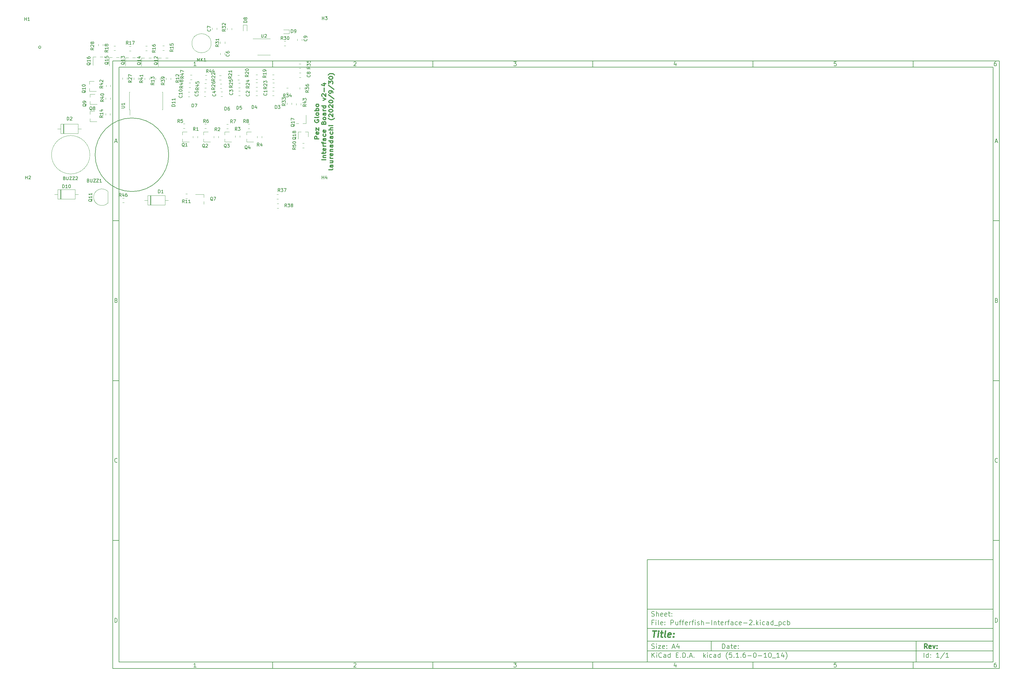
<source format=gbr>
G04 #@! TF.GenerationSoftware,KiCad,Pcbnew,(5.1.6-0-10_14)*
G04 #@! TF.CreationDate,2020-09-30T23:02:34-04:00*
G04 #@! TF.ProjectId,Pufferfish-Interface-2,50756666-6572-4666-9973-682d496e7465,rev?*
G04 #@! TF.SameCoordinates,Original*
G04 #@! TF.FileFunction,Legend,Top*
G04 #@! TF.FilePolarity,Positive*
%FSLAX46Y46*%
G04 Gerber Fmt 4.6, Leading zero omitted, Abs format (unit mm)*
G04 Created by KiCad (PCBNEW (5.1.6-0-10_14)) date 2020-09-30 23:02:34*
%MOMM*%
%LPD*%
G01*
G04 APERTURE LIST*
%ADD10C,0.100000*%
%ADD11C,0.150000*%
%ADD12C,0.300000*%
%ADD13C,0.400000*%
%ADD14C,0.152400*%
%ADD15C,0.203200*%
%ADD16C,0.120000*%
G04 APERTURE END LIST*
D10*
D11*
X177002200Y-166007200D02*
X177002200Y-198007200D01*
X285002200Y-198007200D01*
X285002200Y-166007200D01*
X177002200Y-166007200D01*
D10*
D11*
X10000000Y-10000000D02*
X10000000Y-200007200D01*
X287002200Y-200007200D01*
X287002200Y-10000000D01*
X10000000Y-10000000D01*
D10*
D11*
X12000000Y-12000000D02*
X12000000Y-198007200D01*
X285002200Y-198007200D01*
X285002200Y-12000000D01*
X12000000Y-12000000D01*
D10*
D11*
X60000000Y-12000000D02*
X60000000Y-10000000D01*
D10*
D11*
X110000000Y-12000000D02*
X110000000Y-10000000D01*
D10*
D11*
X160000000Y-12000000D02*
X160000000Y-10000000D01*
D10*
D11*
X210000000Y-12000000D02*
X210000000Y-10000000D01*
D10*
D11*
X260000000Y-12000000D02*
X260000000Y-10000000D01*
D10*
D11*
X36065476Y-11588095D02*
X35322619Y-11588095D01*
X35694047Y-11588095D02*
X35694047Y-10288095D01*
X35570238Y-10473809D01*
X35446428Y-10597619D01*
X35322619Y-10659523D01*
D10*
D11*
X85322619Y-10411904D02*
X85384523Y-10350000D01*
X85508333Y-10288095D01*
X85817857Y-10288095D01*
X85941666Y-10350000D01*
X86003571Y-10411904D01*
X86065476Y-10535714D01*
X86065476Y-10659523D01*
X86003571Y-10845238D01*
X85260714Y-11588095D01*
X86065476Y-11588095D01*
D10*
D11*
X135260714Y-10288095D02*
X136065476Y-10288095D01*
X135632142Y-10783333D01*
X135817857Y-10783333D01*
X135941666Y-10845238D01*
X136003571Y-10907142D01*
X136065476Y-11030952D01*
X136065476Y-11340476D01*
X136003571Y-11464285D01*
X135941666Y-11526190D01*
X135817857Y-11588095D01*
X135446428Y-11588095D01*
X135322619Y-11526190D01*
X135260714Y-11464285D01*
D10*
D11*
X185941666Y-10721428D02*
X185941666Y-11588095D01*
X185632142Y-10226190D02*
X185322619Y-11154761D01*
X186127380Y-11154761D01*
D10*
D11*
X236003571Y-10288095D02*
X235384523Y-10288095D01*
X235322619Y-10907142D01*
X235384523Y-10845238D01*
X235508333Y-10783333D01*
X235817857Y-10783333D01*
X235941666Y-10845238D01*
X236003571Y-10907142D01*
X236065476Y-11030952D01*
X236065476Y-11340476D01*
X236003571Y-11464285D01*
X235941666Y-11526190D01*
X235817857Y-11588095D01*
X235508333Y-11588095D01*
X235384523Y-11526190D01*
X235322619Y-11464285D01*
D10*
D11*
X285941666Y-10288095D02*
X285694047Y-10288095D01*
X285570238Y-10350000D01*
X285508333Y-10411904D01*
X285384523Y-10597619D01*
X285322619Y-10845238D01*
X285322619Y-11340476D01*
X285384523Y-11464285D01*
X285446428Y-11526190D01*
X285570238Y-11588095D01*
X285817857Y-11588095D01*
X285941666Y-11526190D01*
X286003571Y-11464285D01*
X286065476Y-11340476D01*
X286065476Y-11030952D01*
X286003571Y-10907142D01*
X285941666Y-10845238D01*
X285817857Y-10783333D01*
X285570238Y-10783333D01*
X285446428Y-10845238D01*
X285384523Y-10907142D01*
X285322619Y-11030952D01*
D10*
D11*
X60000000Y-198007200D02*
X60000000Y-200007200D01*
D10*
D11*
X110000000Y-198007200D02*
X110000000Y-200007200D01*
D10*
D11*
X160000000Y-198007200D02*
X160000000Y-200007200D01*
D10*
D11*
X210000000Y-198007200D02*
X210000000Y-200007200D01*
D10*
D11*
X260000000Y-198007200D02*
X260000000Y-200007200D01*
D10*
D11*
X36065476Y-199595295D02*
X35322619Y-199595295D01*
X35694047Y-199595295D02*
X35694047Y-198295295D01*
X35570238Y-198481009D01*
X35446428Y-198604819D01*
X35322619Y-198666723D01*
D10*
D11*
X85322619Y-198419104D02*
X85384523Y-198357200D01*
X85508333Y-198295295D01*
X85817857Y-198295295D01*
X85941666Y-198357200D01*
X86003571Y-198419104D01*
X86065476Y-198542914D01*
X86065476Y-198666723D01*
X86003571Y-198852438D01*
X85260714Y-199595295D01*
X86065476Y-199595295D01*
D10*
D11*
X135260714Y-198295295D02*
X136065476Y-198295295D01*
X135632142Y-198790533D01*
X135817857Y-198790533D01*
X135941666Y-198852438D01*
X136003571Y-198914342D01*
X136065476Y-199038152D01*
X136065476Y-199347676D01*
X136003571Y-199471485D01*
X135941666Y-199533390D01*
X135817857Y-199595295D01*
X135446428Y-199595295D01*
X135322619Y-199533390D01*
X135260714Y-199471485D01*
D10*
D11*
X185941666Y-198728628D02*
X185941666Y-199595295D01*
X185632142Y-198233390D02*
X185322619Y-199161961D01*
X186127380Y-199161961D01*
D10*
D11*
X236003571Y-198295295D02*
X235384523Y-198295295D01*
X235322619Y-198914342D01*
X235384523Y-198852438D01*
X235508333Y-198790533D01*
X235817857Y-198790533D01*
X235941666Y-198852438D01*
X236003571Y-198914342D01*
X236065476Y-199038152D01*
X236065476Y-199347676D01*
X236003571Y-199471485D01*
X235941666Y-199533390D01*
X235817857Y-199595295D01*
X235508333Y-199595295D01*
X235384523Y-199533390D01*
X235322619Y-199471485D01*
D10*
D11*
X285941666Y-198295295D02*
X285694047Y-198295295D01*
X285570238Y-198357200D01*
X285508333Y-198419104D01*
X285384523Y-198604819D01*
X285322619Y-198852438D01*
X285322619Y-199347676D01*
X285384523Y-199471485D01*
X285446428Y-199533390D01*
X285570238Y-199595295D01*
X285817857Y-199595295D01*
X285941666Y-199533390D01*
X286003571Y-199471485D01*
X286065476Y-199347676D01*
X286065476Y-199038152D01*
X286003571Y-198914342D01*
X285941666Y-198852438D01*
X285817857Y-198790533D01*
X285570238Y-198790533D01*
X285446428Y-198852438D01*
X285384523Y-198914342D01*
X285322619Y-199038152D01*
D10*
D11*
X10000000Y-60000000D02*
X12000000Y-60000000D01*
D10*
D11*
X10000000Y-110000000D02*
X12000000Y-110000000D01*
D10*
D11*
X10000000Y-160000000D02*
X12000000Y-160000000D01*
D10*
D11*
X10690476Y-35216666D02*
X11309523Y-35216666D01*
X10566666Y-35588095D02*
X11000000Y-34288095D01*
X11433333Y-35588095D01*
D10*
D11*
X11092857Y-84907142D02*
X11278571Y-84969047D01*
X11340476Y-85030952D01*
X11402380Y-85154761D01*
X11402380Y-85340476D01*
X11340476Y-85464285D01*
X11278571Y-85526190D01*
X11154761Y-85588095D01*
X10659523Y-85588095D01*
X10659523Y-84288095D01*
X11092857Y-84288095D01*
X11216666Y-84350000D01*
X11278571Y-84411904D01*
X11340476Y-84535714D01*
X11340476Y-84659523D01*
X11278571Y-84783333D01*
X11216666Y-84845238D01*
X11092857Y-84907142D01*
X10659523Y-84907142D01*
D10*
D11*
X11402380Y-135464285D02*
X11340476Y-135526190D01*
X11154761Y-135588095D01*
X11030952Y-135588095D01*
X10845238Y-135526190D01*
X10721428Y-135402380D01*
X10659523Y-135278571D01*
X10597619Y-135030952D01*
X10597619Y-134845238D01*
X10659523Y-134597619D01*
X10721428Y-134473809D01*
X10845238Y-134350000D01*
X11030952Y-134288095D01*
X11154761Y-134288095D01*
X11340476Y-134350000D01*
X11402380Y-134411904D01*
D10*
D11*
X10659523Y-185588095D02*
X10659523Y-184288095D01*
X10969047Y-184288095D01*
X11154761Y-184350000D01*
X11278571Y-184473809D01*
X11340476Y-184597619D01*
X11402380Y-184845238D01*
X11402380Y-185030952D01*
X11340476Y-185278571D01*
X11278571Y-185402380D01*
X11154761Y-185526190D01*
X10969047Y-185588095D01*
X10659523Y-185588095D01*
D10*
D11*
X287002200Y-60000000D02*
X285002200Y-60000000D01*
D10*
D11*
X287002200Y-110000000D02*
X285002200Y-110000000D01*
D10*
D11*
X287002200Y-160000000D02*
X285002200Y-160000000D01*
D10*
D11*
X285692676Y-35216666D02*
X286311723Y-35216666D01*
X285568866Y-35588095D02*
X286002200Y-34288095D01*
X286435533Y-35588095D01*
D10*
D11*
X286095057Y-84907142D02*
X286280771Y-84969047D01*
X286342676Y-85030952D01*
X286404580Y-85154761D01*
X286404580Y-85340476D01*
X286342676Y-85464285D01*
X286280771Y-85526190D01*
X286156961Y-85588095D01*
X285661723Y-85588095D01*
X285661723Y-84288095D01*
X286095057Y-84288095D01*
X286218866Y-84350000D01*
X286280771Y-84411904D01*
X286342676Y-84535714D01*
X286342676Y-84659523D01*
X286280771Y-84783333D01*
X286218866Y-84845238D01*
X286095057Y-84907142D01*
X285661723Y-84907142D01*
D10*
D11*
X286404580Y-135464285D02*
X286342676Y-135526190D01*
X286156961Y-135588095D01*
X286033152Y-135588095D01*
X285847438Y-135526190D01*
X285723628Y-135402380D01*
X285661723Y-135278571D01*
X285599819Y-135030952D01*
X285599819Y-134845238D01*
X285661723Y-134597619D01*
X285723628Y-134473809D01*
X285847438Y-134350000D01*
X286033152Y-134288095D01*
X286156961Y-134288095D01*
X286342676Y-134350000D01*
X286404580Y-134411904D01*
D10*
D11*
X285661723Y-185588095D02*
X285661723Y-184288095D01*
X285971247Y-184288095D01*
X286156961Y-184350000D01*
X286280771Y-184473809D01*
X286342676Y-184597619D01*
X286404580Y-184845238D01*
X286404580Y-185030952D01*
X286342676Y-185278571D01*
X286280771Y-185402380D01*
X286156961Y-185526190D01*
X285971247Y-185588095D01*
X285661723Y-185588095D01*
D10*
D11*
X200434342Y-193785771D02*
X200434342Y-192285771D01*
X200791485Y-192285771D01*
X201005771Y-192357200D01*
X201148628Y-192500057D01*
X201220057Y-192642914D01*
X201291485Y-192928628D01*
X201291485Y-193142914D01*
X201220057Y-193428628D01*
X201148628Y-193571485D01*
X201005771Y-193714342D01*
X200791485Y-193785771D01*
X200434342Y-193785771D01*
X202577200Y-193785771D02*
X202577200Y-193000057D01*
X202505771Y-192857200D01*
X202362914Y-192785771D01*
X202077200Y-192785771D01*
X201934342Y-192857200D01*
X202577200Y-193714342D02*
X202434342Y-193785771D01*
X202077200Y-193785771D01*
X201934342Y-193714342D01*
X201862914Y-193571485D01*
X201862914Y-193428628D01*
X201934342Y-193285771D01*
X202077200Y-193214342D01*
X202434342Y-193214342D01*
X202577200Y-193142914D01*
X203077200Y-192785771D02*
X203648628Y-192785771D01*
X203291485Y-192285771D02*
X203291485Y-193571485D01*
X203362914Y-193714342D01*
X203505771Y-193785771D01*
X203648628Y-193785771D01*
X204720057Y-193714342D02*
X204577200Y-193785771D01*
X204291485Y-193785771D01*
X204148628Y-193714342D01*
X204077200Y-193571485D01*
X204077200Y-193000057D01*
X204148628Y-192857200D01*
X204291485Y-192785771D01*
X204577200Y-192785771D01*
X204720057Y-192857200D01*
X204791485Y-193000057D01*
X204791485Y-193142914D01*
X204077200Y-193285771D01*
X205434342Y-193642914D02*
X205505771Y-193714342D01*
X205434342Y-193785771D01*
X205362914Y-193714342D01*
X205434342Y-193642914D01*
X205434342Y-193785771D01*
X205434342Y-192857200D02*
X205505771Y-192928628D01*
X205434342Y-193000057D01*
X205362914Y-192928628D01*
X205434342Y-192857200D01*
X205434342Y-193000057D01*
D10*
D11*
X177002200Y-194507200D02*
X285002200Y-194507200D01*
D10*
D11*
X178434342Y-196585771D02*
X178434342Y-195085771D01*
X179291485Y-196585771D02*
X178648628Y-195728628D01*
X179291485Y-195085771D02*
X178434342Y-195942914D01*
X179934342Y-196585771D02*
X179934342Y-195585771D01*
X179934342Y-195085771D02*
X179862914Y-195157200D01*
X179934342Y-195228628D01*
X180005771Y-195157200D01*
X179934342Y-195085771D01*
X179934342Y-195228628D01*
X181505771Y-196442914D02*
X181434342Y-196514342D01*
X181220057Y-196585771D01*
X181077200Y-196585771D01*
X180862914Y-196514342D01*
X180720057Y-196371485D01*
X180648628Y-196228628D01*
X180577200Y-195942914D01*
X180577200Y-195728628D01*
X180648628Y-195442914D01*
X180720057Y-195300057D01*
X180862914Y-195157200D01*
X181077200Y-195085771D01*
X181220057Y-195085771D01*
X181434342Y-195157200D01*
X181505771Y-195228628D01*
X182791485Y-196585771D02*
X182791485Y-195800057D01*
X182720057Y-195657200D01*
X182577200Y-195585771D01*
X182291485Y-195585771D01*
X182148628Y-195657200D01*
X182791485Y-196514342D02*
X182648628Y-196585771D01*
X182291485Y-196585771D01*
X182148628Y-196514342D01*
X182077200Y-196371485D01*
X182077200Y-196228628D01*
X182148628Y-196085771D01*
X182291485Y-196014342D01*
X182648628Y-196014342D01*
X182791485Y-195942914D01*
X184148628Y-196585771D02*
X184148628Y-195085771D01*
X184148628Y-196514342D02*
X184005771Y-196585771D01*
X183720057Y-196585771D01*
X183577200Y-196514342D01*
X183505771Y-196442914D01*
X183434342Y-196300057D01*
X183434342Y-195871485D01*
X183505771Y-195728628D01*
X183577200Y-195657200D01*
X183720057Y-195585771D01*
X184005771Y-195585771D01*
X184148628Y-195657200D01*
X186005771Y-195800057D02*
X186505771Y-195800057D01*
X186720057Y-196585771D02*
X186005771Y-196585771D01*
X186005771Y-195085771D01*
X186720057Y-195085771D01*
X187362914Y-196442914D02*
X187434342Y-196514342D01*
X187362914Y-196585771D01*
X187291485Y-196514342D01*
X187362914Y-196442914D01*
X187362914Y-196585771D01*
X188077200Y-196585771D02*
X188077200Y-195085771D01*
X188434342Y-195085771D01*
X188648628Y-195157200D01*
X188791485Y-195300057D01*
X188862914Y-195442914D01*
X188934342Y-195728628D01*
X188934342Y-195942914D01*
X188862914Y-196228628D01*
X188791485Y-196371485D01*
X188648628Y-196514342D01*
X188434342Y-196585771D01*
X188077200Y-196585771D01*
X189577200Y-196442914D02*
X189648628Y-196514342D01*
X189577200Y-196585771D01*
X189505771Y-196514342D01*
X189577200Y-196442914D01*
X189577200Y-196585771D01*
X190220057Y-196157200D02*
X190934342Y-196157200D01*
X190077200Y-196585771D02*
X190577200Y-195085771D01*
X191077200Y-196585771D01*
X191577200Y-196442914D02*
X191648628Y-196514342D01*
X191577200Y-196585771D01*
X191505771Y-196514342D01*
X191577200Y-196442914D01*
X191577200Y-196585771D01*
X194577200Y-196585771D02*
X194577200Y-195085771D01*
X194720057Y-196014342D02*
X195148628Y-196585771D01*
X195148628Y-195585771D02*
X194577200Y-196157200D01*
X195791485Y-196585771D02*
X195791485Y-195585771D01*
X195791485Y-195085771D02*
X195720057Y-195157200D01*
X195791485Y-195228628D01*
X195862914Y-195157200D01*
X195791485Y-195085771D01*
X195791485Y-195228628D01*
X197148628Y-196514342D02*
X197005771Y-196585771D01*
X196720057Y-196585771D01*
X196577200Y-196514342D01*
X196505771Y-196442914D01*
X196434342Y-196300057D01*
X196434342Y-195871485D01*
X196505771Y-195728628D01*
X196577200Y-195657200D01*
X196720057Y-195585771D01*
X197005771Y-195585771D01*
X197148628Y-195657200D01*
X198434342Y-196585771D02*
X198434342Y-195800057D01*
X198362914Y-195657200D01*
X198220057Y-195585771D01*
X197934342Y-195585771D01*
X197791485Y-195657200D01*
X198434342Y-196514342D02*
X198291485Y-196585771D01*
X197934342Y-196585771D01*
X197791485Y-196514342D01*
X197720057Y-196371485D01*
X197720057Y-196228628D01*
X197791485Y-196085771D01*
X197934342Y-196014342D01*
X198291485Y-196014342D01*
X198434342Y-195942914D01*
X199791485Y-196585771D02*
X199791485Y-195085771D01*
X199791485Y-196514342D02*
X199648628Y-196585771D01*
X199362914Y-196585771D01*
X199220057Y-196514342D01*
X199148628Y-196442914D01*
X199077200Y-196300057D01*
X199077200Y-195871485D01*
X199148628Y-195728628D01*
X199220057Y-195657200D01*
X199362914Y-195585771D01*
X199648628Y-195585771D01*
X199791485Y-195657200D01*
X202077200Y-197157200D02*
X202005771Y-197085771D01*
X201862914Y-196871485D01*
X201791485Y-196728628D01*
X201720057Y-196514342D01*
X201648628Y-196157200D01*
X201648628Y-195871485D01*
X201720057Y-195514342D01*
X201791485Y-195300057D01*
X201862914Y-195157200D01*
X202005771Y-194942914D01*
X202077200Y-194871485D01*
X203362914Y-195085771D02*
X202648628Y-195085771D01*
X202577200Y-195800057D01*
X202648628Y-195728628D01*
X202791485Y-195657200D01*
X203148628Y-195657200D01*
X203291485Y-195728628D01*
X203362914Y-195800057D01*
X203434342Y-195942914D01*
X203434342Y-196300057D01*
X203362914Y-196442914D01*
X203291485Y-196514342D01*
X203148628Y-196585771D01*
X202791485Y-196585771D01*
X202648628Y-196514342D01*
X202577200Y-196442914D01*
X204077200Y-196442914D02*
X204148628Y-196514342D01*
X204077200Y-196585771D01*
X204005771Y-196514342D01*
X204077200Y-196442914D01*
X204077200Y-196585771D01*
X205577200Y-196585771D02*
X204720057Y-196585771D01*
X205148628Y-196585771D02*
X205148628Y-195085771D01*
X205005771Y-195300057D01*
X204862914Y-195442914D01*
X204720057Y-195514342D01*
X206220057Y-196442914D02*
X206291485Y-196514342D01*
X206220057Y-196585771D01*
X206148628Y-196514342D01*
X206220057Y-196442914D01*
X206220057Y-196585771D01*
X207577200Y-195085771D02*
X207291485Y-195085771D01*
X207148628Y-195157200D01*
X207077200Y-195228628D01*
X206934342Y-195442914D01*
X206862914Y-195728628D01*
X206862914Y-196300057D01*
X206934342Y-196442914D01*
X207005771Y-196514342D01*
X207148628Y-196585771D01*
X207434342Y-196585771D01*
X207577200Y-196514342D01*
X207648628Y-196442914D01*
X207720057Y-196300057D01*
X207720057Y-195942914D01*
X207648628Y-195800057D01*
X207577200Y-195728628D01*
X207434342Y-195657200D01*
X207148628Y-195657200D01*
X207005771Y-195728628D01*
X206934342Y-195800057D01*
X206862914Y-195942914D01*
X208362914Y-196014342D02*
X209505771Y-196014342D01*
X210505771Y-195085771D02*
X210648628Y-195085771D01*
X210791485Y-195157200D01*
X210862914Y-195228628D01*
X210934342Y-195371485D01*
X211005771Y-195657200D01*
X211005771Y-196014342D01*
X210934342Y-196300057D01*
X210862914Y-196442914D01*
X210791485Y-196514342D01*
X210648628Y-196585771D01*
X210505771Y-196585771D01*
X210362914Y-196514342D01*
X210291485Y-196442914D01*
X210220057Y-196300057D01*
X210148628Y-196014342D01*
X210148628Y-195657200D01*
X210220057Y-195371485D01*
X210291485Y-195228628D01*
X210362914Y-195157200D01*
X210505771Y-195085771D01*
X211648628Y-196014342D02*
X212791485Y-196014342D01*
X214291485Y-196585771D02*
X213434342Y-196585771D01*
X213862914Y-196585771D02*
X213862914Y-195085771D01*
X213720057Y-195300057D01*
X213577200Y-195442914D01*
X213434342Y-195514342D01*
X215220057Y-195085771D02*
X215362914Y-195085771D01*
X215505771Y-195157200D01*
X215577200Y-195228628D01*
X215648628Y-195371485D01*
X215720057Y-195657200D01*
X215720057Y-196014342D01*
X215648628Y-196300057D01*
X215577200Y-196442914D01*
X215505771Y-196514342D01*
X215362914Y-196585771D01*
X215220057Y-196585771D01*
X215077200Y-196514342D01*
X215005771Y-196442914D01*
X214934342Y-196300057D01*
X214862914Y-196014342D01*
X214862914Y-195657200D01*
X214934342Y-195371485D01*
X215005771Y-195228628D01*
X215077200Y-195157200D01*
X215220057Y-195085771D01*
X216005771Y-196728628D02*
X217148628Y-196728628D01*
X218291485Y-196585771D02*
X217434342Y-196585771D01*
X217862914Y-196585771D02*
X217862914Y-195085771D01*
X217720057Y-195300057D01*
X217577200Y-195442914D01*
X217434342Y-195514342D01*
X219577200Y-195585771D02*
X219577200Y-196585771D01*
X219220057Y-195014342D02*
X218862914Y-196085771D01*
X219791485Y-196085771D01*
X220220057Y-197157200D02*
X220291485Y-197085771D01*
X220434342Y-196871485D01*
X220505771Y-196728628D01*
X220577200Y-196514342D01*
X220648628Y-196157200D01*
X220648628Y-195871485D01*
X220577200Y-195514342D01*
X220505771Y-195300057D01*
X220434342Y-195157200D01*
X220291485Y-194942914D01*
X220220057Y-194871485D01*
D10*
D11*
X177002200Y-191507200D02*
X285002200Y-191507200D01*
D10*
D12*
X264411485Y-193785771D02*
X263911485Y-193071485D01*
X263554342Y-193785771D02*
X263554342Y-192285771D01*
X264125771Y-192285771D01*
X264268628Y-192357200D01*
X264340057Y-192428628D01*
X264411485Y-192571485D01*
X264411485Y-192785771D01*
X264340057Y-192928628D01*
X264268628Y-193000057D01*
X264125771Y-193071485D01*
X263554342Y-193071485D01*
X265625771Y-193714342D02*
X265482914Y-193785771D01*
X265197200Y-193785771D01*
X265054342Y-193714342D01*
X264982914Y-193571485D01*
X264982914Y-193000057D01*
X265054342Y-192857200D01*
X265197200Y-192785771D01*
X265482914Y-192785771D01*
X265625771Y-192857200D01*
X265697200Y-193000057D01*
X265697200Y-193142914D01*
X264982914Y-193285771D01*
X266197200Y-192785771D02*
X266554342Y-193785771D01*
X266911485Y-192785771D01*
X267482914Y-193642914D02*
X267554342Y-193714342D01*
X267482914Y-193785771D01*
X267411485Y-193714342D01*
X267482914Y-193642914D01*
X267482914Y-193785771D01*
X267482914Y-192857200D02*
X267554342Y-192928628D01*
X267482914Y-193000057D01*
X267411485Y-192928628D01*
X267482914Y-192857200D01*
X267482914Y-193000057D01*
D10*
D11*
X178362914Y-193714342D02*
X178577200Y-193785771D01*
X178934342Y-193785771D01*
X179077200Y-193714342D01*
X179148628Y-193642914D01*
X179220057Y-193500057D01*
X179220057Y-193357200D01*
X179148628Y-193214342D01*
X179077200Y-193142914D01*
X178934342Y-193071485D01*
X178648628Y-193000057D01*
X178505771Y-192928628D01*
X178434342Y-192857200D01*
X178362914Y-192714342D01*
X178362914Y-192571485D01*
X178434342Y-192428628D01*
X178505771Y-192357200D01*
X178648628Y-192285771D01*
X179005771Y-192285771D01*
X179220057Y-192357200D01*
X179862914Y-193785771D02*
X179862914Y-192785771D01*
X179862914Y-192285771D02*
X179791485Y-192357200D01*
X179862914Y-192428628D01*
X179934342Y-192357200D01*
X179862914Y-192285771D01*
X179862914Y-192428628D01*
X180434342Y-192785771D02*
X181220057Y-192785771D01*
X180434342Y-193785771D01*
X181220057Y-193785771D01*
X182362914Y-193714342D02*
X182220057Y-193785771D01*
X181934342Y-193785771D01*
X181791485Y-193714342D01*
X181720057Y-193571485D01*
X181720057Y-193000057D01*
X181791485Y-192857200D01*
X181934342Y-192785771D01*
X182220057Y-192785771D01*
X182362914Y-192857200D01*
X182434342Y-193000057D01*
X182434342Y-193142914D01*
X181720057Y-193285771D01*
X183077200Y-193642914D02*
X183148628Y-193714342D01*
X183077200Y-193785771D01*
X183005771Y-193714342D01*
X183077200Y-193642914D01*
X183077200Y-193785771D01*
X183077200Y-192857200D02*
X183148628Y-192928628D01*
X183077200Y-193000057D01*
X183005771Y-192928628D01*
X183077200Y-192857200D01*
X183077200Y-193000057D01*
X184862914Y-193357200D02*
X185577200Y-193357200D01*
X184720057Y-193785771D02*
X185220057Y-192285771D01*
X185720057Y-193785771D01*
X186862914Y-192785771D02*
X186862914Y-193785771D01*
X186505771Y-192214342D02*
X186148628Y-193285771D01*
X187077200Y-193285771D01*
D10*
D11*
X263434342Y-196585771D02*
X263434342Y-195085771D01*
X264791485Y-196585771D02*
X264791485Y-195085771D01*
X264791485Y-196514342D02*
X264648628Y-196585771D01*
X264362914Y-196585771D01*
X264220057Y-196514342D01*
X264148628Y-196442914D01*
X264077200Y-196300057D01*
X264077200Y-195871485D01*
X264148628Y-195728628D01*
X264220057Y-195657200D01*
X264362914Y-195585771D01*
X264648628Y-195585771D01*
X264791485Y-195657200D01*
X265505771Y-196442914D02*
X265577200Y-196514342D01*
X265505771Y-196585771D01*
X265434342Y-196514342D01*
X265505771Y-196442914D01*
X265505771Y-196585771D01*
X265505771Y-195657200D02*
X265577200Y-195728628D01*
X265505771Y-195800057D01*
X265434342Y-195728628D01*
X265505771Y-195657200D01*
X265505771Y-195800057D01*
X268148628Y-196585771D02*
X267291485Y-196585771D01*
X267720057Y-196585771D02*
X267720057Y-195085771D01*
X267577200Y-195300057D01*
X267434342Y-195442914D01*
X267291485Y-195514342D01*
X269862914Y-195014342D02*
X268577200Y-196942914D01*
X271148628Y-196585771D02*
X270291485Y-196585771D01*
X270720057Y-196585771D02*
X270720057Y-195085771D01*
X270577200Y-195300057D01*
X270434342Y-195442914D01*
X270291485Y-195514342D01*
D10*
D11*
X177002200Y-187507200D02*
X285002200Y-187507200D01*
D10*
D13*
X178714580Y-188211961D02*
X179857438Y-188211961D01*
X179036009Y-190211961D02*
X179286009Y-188211961D01*
X180274104Y-190211961D02*
X180440771Y-188878628D01*
X180524104Y-188211961D02*
X180416961Y-188307200D01*
X180500295Y-188402438D01*
X180607438Y-188307200D01*
X180524104Y-188211961D01*
X180500295Y-188402438D01*
X181107438Y-188878628D02*
X181869342Y-188878628D01*
X181476485Y-188211961D02*
X181262200Y-189926247D01*
X181333628Y-190116723D01*
X181512200Y-190211961D01*
X181702676Y-190211961D01*
X182655057Y-190211961D02*
X182476485Y-190116723D01*
X182405057Y-189926247D01*
X182619342Y-188211961D01*
X184190771Y-190116723D02*
X183988390Y-190211961D01*
X183607438Y-190211961D01*
X183428866Y-190116723D01*
X183357438Y-189926247D01*
X183452676Y-189164342D01*
X183571723Y-188973866D01*
X183774104Y-188878628D01*
X184155057Y-188878628D01*
X184333628Y-188973866D01*
X184405057Y-189164342D01*
X184381247Y-189354819D01*
X183405057Y-189545295D01*
X185155057Y-190021485D02*
X185238390Y-190116723D01*
X185131247Y-190211961D01*
X185047914Y-190116723D01*
X185155057Y-190021485D01*
X185131247Y-190211961D01*
X185286009Y-188973866D02*
X185369342Y-189069104D01*
X185262200Y-189164342D01*
X185178866Y-189069104D01*
X185286009Y-188973866D01*
X185262200Y-189164342D01*
D10*
D11*
X178934342Y-185600057D02*
X178434342Y-185600057D01*
X178434342Y-186385771D02*
X178434342Y-184885771D01*
X179148628Y-184885771D01*
X179720057Y-186385771D02*
X179720057Y-185385771D01*
X179720057Y-184885771D02*
X179648628Y-184957200D01*
X179720057Y-185028628D01*
X179791485Y-184957200D01*
X179720057Y-184885771D01*
X179720057Y-185028628D01*
X180648628Y-186385771D02*
X180505771Y-186314342D01*
X180434342Y-186171485D01*
X180434342Y-184885771D01*
X181791485Y-186314342D02*
X181648628Y-186385771D01*
X181362914Y-186385771D01*
X181220057Y-186314342D01*
X181148628Y-186171485D01*
X181148628Y-185600057D01*
X181220057Y-185457200D01*
X181362914Y-185385771D01*
X181648628Y-185385771D01*
X181791485Y-185457200D01*
X181862914Y-185600057D01*
X181862914Y-185742914D01*
X181148628Y-185885771D01*
X182505771Y-186242914D02*
X182577200Y-186314342D01*
X182505771Y-186385771D01*
X182434342Y-186314342D01*
X182505771Y-186242914D01*
X182505771Y-186385771D01*
X182505771Y-185457200D02*
X182577200Y-185528628D01*
X182505771Y-185600057D01*
X182434342Y-185528628D01*
X182505771Y-185457200D01*
X182505771Y-185600057D01*
X184362914Y-186385771D02*
X184362914Y-184885771D01*
X184934342Y-184885771D01*
X185077200Y-184957200D01*
X185148628Y-185028628D01*
X185220057Y-185171485D01*
X185220057Y-185385771D01*
X185148628Y-185528628D01*
X185077200Y-185600057D01*
X184934342Y-185671485D01*
X184362914Y-185671485D01*
X186505771Y-185385771D02*
X186505771Y-186385771D01*
X185862914Y-185385771D02*
X185862914Y-186171485D01*
X185934342Y-186314342D01*
X186077200Y-186385771D01*
X186291485Y-186385771D01*
X186434342Y-186314342D01*
X186505771Y-186242914D01*
X187005771Y-185385771D02*
X187577200Y-185385771D01*
X187220057Y-186385771D02*
X187220057Y-185100057D01*
X187291485Y-184957200D01*
X187434342Y-184885771D01*
X187577200Y-184885771D01*
X187862914Y-185385771D02*
X188434342Y-185385771D01*
X188077200Y-186385771D02*
X188077200Y-185100057D01*
X188148628Y-184957200D01*
X188291485Y-184885771D01*
X188434342Y-184885771D01*
X189505771Y-186314342D02*
X189362914Y-186385771D01*
X189077200Y-186385771D01*
X188934342Y-186314342D01*
X188862914Y-186171485D01*
X188862914Y-185600057D01*
X188934342Y-185457200D01*
X189077200Y-185385771D01*
X189362914Y-185385771D01*
X189505771Y-185457200D01*
X189577200Y-185600057D01*
X189577200Y-185742914D01*
X188862914Y-185885771D01*
X190220057Y-186385771D02*
X190220057Y-185385771D01*
X190220057Y-185671485D02*
X190291485Y-185528628D01*
X190362914Y-185457200D01*
X190505771Y-185385771D01*
X190648628Y-185385771D01*
X190934342Y-185385771D02*
X191505771Y-185385771D01*
X191148628Y-186385771D02*
X191148628Y-185100057D01*
X191220057Y-184957200D01*
X191362914Y-184885771D01*
X191505771Y-184885771D01*
X192005771Y-186385771D02*
X192005771Y-185385771D01*
X192005771Y-184885771D02*
X191934342Y-184957200D01*
X192005771Y-185028628D01*
X192077200Y-184957200D01*
X192005771Y-184885771D01*
X192005771Y-185028628D01*
X192648628Y-186314342D02*
X192791485Y-186385771D01*
X193077200Y-186385771D01*
X193220057Y-186314342D01*
X193291485Y-186171485D01*
X193291485Y-186100057D01*
X193220057Y-185957200D01*
X193077200Y-185885771D01*
X192862914Y-185885771D01*
X192720057Y-185814342D01*
X192648628Y-185671485D01*
X192648628Y-185600057D01*
X192720057Y-185457200D01*
X192862914Y-185385771D01*
X193077200Y-185385771D01*
X193220057Y-185457200D01*
X193934342Y-186385771D02*
X193934342Y-184885771D01*
X194577200Y-186385771D02*
X194577200Y-185600057D01*
X194505771Y-185457200D01*
X194362914Y-185385771D01*
X194148628Y-185385771D01*
X194005771Y-185457200D01*
X193934342Y-185528628D01*
X195291485Y-185814342D02*
X196434342Y-185814342D01*
X197148628Y-186385771D02*
X197148628Y-184885771D01*
X197862914Y-185385771D02*
X197862914Y-186385771D01*
X197862914Y-185528628D02*
X197934342Y-185457200D01*
X198077200Y-185385771D01*
X198291485Y-185385771D01*
X198434342Y-185457200D01*
X198505771Y-185600057D01*
X198505771Y-186385771D01*
X199005771Y-185385771D02*
X199577200Y-185385771D01*
X199220057Y-184885771D02*
X199220057Y-186171485D01*
X199291485Y-186314342D01*
X199434342Y-186385771D01*
X199577200Y-186385771D01*
X200648628Y-186314342D02*
X200505771Y-186385771D01*
X200220057Y-186385771D01*
X200077200Y-186314342D01*
X200005771Y-186171485D01*
X200005771Y-185600057D01*
X200077200Y-185457200D01*
X200220057Y-185385771D01*
X200505771Y-185385771D01*
X200648628Y-185457200D01*
X200720057Y-185600057D01*
X200720057Y-185742914D01*
X200005771Y-185885771D01*
X201362914Y-186385771D02*
X201362914Y-185385771D01*
X201362914Y-185671485D02*
X201434342Y-185528628D01*
X201505771Y-185457200D01*
X201648628Y-185385771D01*
X201791485Y-185385771D01*
X202077200Y-185385771D02*
X202648628Y-185385771D01*
X202291485Y-186385771D02*
X202291485Y-185100057D01*
X202362914Y-184957200D01*
X202505771Y-184885771D01*
X202648628Y-184885771D01*
X203791485Y-186385771D02*
X203791485Y-185600057D01*
X203720057Y-185457200D01*
X203577200Y-185385771D01*
X203291485Y-185385771D01*
X203148628Y-185457200D01*
X203791485Y-186314342D02*
X203648628Y-186385771D01*
X203291485Y-186385771D01*
X203148628Y-186314342D01*
X203077200Y-186171485D01*
X203077200Y-186028628D01*
X203148628Y-185885771D01*
X203291485Y-185814342D01*
X203648628Y-185814342D01*
X203791485Y-185742914D01*
X205148628Y-186314342D02*
X205005771Y-186385771D01*
X204720057Y-186385771D01*
X204577200Y-186314342D01*
X204505771Y-186242914D01*
X204434342Y-186100057D01*
X204434342Y-185671485D01*
X204505771Y-185528628D01*
X204577200Y-185457200D01*
X204720057Y-185385771D01*
X205005771Y-185385771D01*
X205148628Y-185457200D01*
X206362914Y-186314342D02*
X206220057Y-186385771D01*
X205934342Y-186385771D01*
X205791485Y-186314342D01*
X205720057Y-186171485D01*
X205720057Y-185600057D01*
X205791485Y-185457200D01*
X205934342Y-185385771D01*
X206220057Y-185385771D01*
X206362914Y-185457200D01*
X206434342Y-185600057D01*
X206434342Y-185742914D01*
X205720057Y-185885771D01*
X207077200Y-185814342D02*
X208220057Y-185814342D01*
X208862914Y-185028628D02*
X208934342Y-184957200D01*
X209077200Y-184885771D01*
X209434342Y-184885771D01*
X209577200Y-184957200D01*
X209648628Y-185028628D01*
X209720057Y-185171485D01*
X209720057Y-185314342D01*
X209648628Y-185528628D01*
X208791485Y-186385771D01*
X209720057Y-186385771D01*
X210362914Y-186242914D02*
X210434342Y-186314342D01*
X210362914Y-186385771D01*
X210291485Y-186314342D01*
X210362914Y-186242914D01*
X210362914Y-186385771D01*
X211077200Y-186385771D02*
X211077200Y-184885771D01*
X211220057Y-185814342D02*
X211648628Y-186385771D01*
X211648628Y-185385771D02*
X211077200Y-185957200D01*
X212291485Y-186385771D02*
X212291485Y-185385771D01*
X212291485Y-184885771D02*
X212220057Y-184957200D01*
X212291485Y-185028628D01*
X212362914Y-184957200D01*
X212291485Y-184885771D01*
X212291485Y-185028628D01*
X213648628Y-186314342D02*
X213505771Y-186385771D01*
X213220057Y-186385771D01*
X213077200Y-186314342D01*
X213005771Y-186242914D01*
X212934342Y-186100057D01*
X212934342Y-185671485D01*
X213005771Y-185528628D01*
X213077200Y-185457200D01*
X213220057Y-185385771D01*
X213505771Y-185385771D01*
X213648628Y-185457200D01*
X214934342Y-186385771D02*
X214934342Y-185600057D01*
X214862914Y-185457200D01*
X214720057Y-185385771D01*
X214434342Y-185385771D01*
X214291485Y-185457200D01*
X214934342Y-186314342D02*
X214791485Y-186385771D01*
X214434342Y-186385771D01*
X214291485Y-186314342D01*
X214220057Y-186171485D01*
X214220057Y-186028628D01*
X214291485Y-185885771D01*
X214434342Y-185814342D01*
X214791485Y-185814342D01*
X214934342Y-185742914D01*
X216291485Y-186385771D02*
X216291485Y-184885771D01*
X216291485Y-186314342D02*
X216148628Y-186385771D01*
X215862914Y-186385771D01*
X215720057Y-186314342D01*
X215648628Y-186242914D01*
X215577200Y-186100057D01*
X215577200Y-185671485D01*
X215648628Y-185528628D01*
X215720057Y-185457200D01*
X215862914Y-185385771D01*
X216148628Y-185385771D01*
X216291485Y-185457200D01*
X216648628Y-186528628D02*
X217791485Y-186528628D01*
X218148628Y-185385771D02*
X218148628Y-186885771D01*
X218148628Y-185457200D02*
X218291485Y-185385771D01*
X218577200Y-185385771D01*
X218720057Y-185457200D01*
X218791485Y-185528628D01*
X218862914Y-185671485D01*
X218862914Y-186100057D01*
X218791485Y-186242914D01*
X218720057Y-186314342D01*
X218577200Y-186385771D01*
X218291485Y-186385771D01*
X218148628Y-186314342D01*
X220148628Y-186314342D02*
X220005771Y-186385771D01*
X219720057Y-186385771D01*
X219577200Y-186314342D01*
X219505771Y-186242914D01*
X219434342Y-186100057D01*
X219434342Y-185671485D01*
X219505771Y-185528628D01*
X219577200Y-185457200D01*
X219720057Y-185385771D01*
X220005771Y-185385771D01*
X220148628Y-185457200D01*
X220791485Y-186385771D02*
X220791485Y-184885771D01*
X220791485Y-185457200D02*
X220934342Y-185385771D01*
X221220057Y-185385771D01*
X221362914Y-185457200D01*
X221434342Y-185528628D01*
X221505771Y-185671485D01*
X221505771Y-186100057D01*
X221434342Y-186242914D01*
X221362914Y-186314342D01*
X221220057Y-186385771D01*
X220934342Y-186385771D01*
X220791485Y-186314342D01*
D10*
D11*
X177002200Y-181507200D02*
X285002200Y-181507200D01*
D10*
D11*
X178362914Y-183614342D02*
X178577200Y-183685771D01*
X178934342Y-183685771D01*
X179077200Y-183614342D01*
X179148628Y-183542914D01*
X179220057Y-183400057D01*
X179220057Y-183257200D01*
X179148628Y-183114342D01*
X179077200Y-183042914D01*
X178934342Y-182971485D01*
X178648628Y-182900057D01*
X178505771Y-182828628D01*
X178434342Y-182757200D01*
X178362914Y-182614342D01*
X178362914Y-182471485D01*
X178434342Y-182328628D01*
X178505771Y-182257200D01*
X178648628Y-182185771D01*
X179005771Y-182185771D01*
X179220057Y-182257200D01*
X179862914Y-183685771D02*
X179862914Y-182185771D01*
X180505771Y-183685771D02*
X180505771Y-182900057D01*
X180434342Y-182757200D01*
X180291485Y-182685771D01*
X180077200Y-182685771D01*
X179934342Y-182757200D01*
X179862914Y-182828628D01*
X181791485Y-183614342D02*
X181648628Y-183685771D01*
X181362914Y-183685771D01*
X181220057Y-183614342D01*
X181148628Y-183471485D01*
X181148628Y-182900057D01*
X181220057Y-182757200D01*
X181362914Y-182685771D01*
X181648628Y-182685771D01*
X181791485Y-182757200D01*
X181862914Y-182900057D01*
X181862914Y-183042914D01*
X181148628Y-183185771D01*
X183077200Y-183614342D02*
X182934342Y-183685771D01*
X182648628Y-183685771D01*
X182505771Y-183614342D01*
X182434342Y-183471485D01*
X182434342Y-182900057D01*
X182505771Y-182757200D01*
X182648628Y-182685771D01*
X182934342Y-182685771D01*
X183077200Y-182757200D01*
X183148628Y-182900057D01*
X183148628Y-183042914D01*
X182434342Y-183185771D01*
X183577200Y-182685771D02*
X184148628Y-182685771D01*
X183791485Y-182185771D02*
X183791485Y-183471485D01*
X183862914Y-183614342D01*
X184005771Y-183685771D01*
X184148628Y-183685771D01*
X184648628Y-183542914D02*
X184720057Y-183614342D01*
X184648628Y-183685771D01*
X184577200Y-183614342D01*
X184648628Y-183542914D01*
X184648628Y-183685771D01*
X184648628Y-182757200D02*
X184720057Y-182828628D01*
X184648628Y-182900057D01*
X184577200Y-182828628D01*
X184648628Y-182757200D01*
X184648628Y-182900057D01*
D10*
D11*
X197002200Y-191507200D02*
X197002200Y-194507200D01*
D10*
D11*
X261002200Y-191507200D02*
X261002200Y-198007200D01*
D12*
X74369523Y-34392857D02*
X73099523Y-34392857D01*
X73099523Y-33821428D01*
X73160000Y-33678571D01*
X73220476Y-33607142D01*
X73341428Y-33535714D01*
X73522857Y-33535714D01*
X73643809Y-33607142D01*
X73704285Y-33678571D01*
X73764761Y-33821428D01*
X73764761Y-34392857D01*
X74309047Y-32321428D02*
X74369523Y-32464285D01*
X74369523Y-32750000D01*
X74309047Y-32892857D01*
X74188095Y-32964285D01*
X73704285Y-32964285D01*
X73583333Y-32892857D01*
X73522857Y-32750000D01*
X73522857Y-32464285D01*
X73583333Y-32321428D01*
X73704285Y-32250000D01*
X73825238Y-32250000D01*
X73946190Y-32964285D01*
X73522857Y-31750000D02*
X73522857Y-30964285D01*
X74369523Y-31750000D01*
X74369523Y-30964285D01*
X73160000Y-28464285D02*
X73099523Y-28607142D01*
X73099523Y-28821428D01*
X73160000Y-29035714D01*
X73280952Y-29178571D01*
X73401904Y-29250000D01*
X73643809Y-29321428D01*
X73825238Y-29321428D01*
X74067142Y-29250000D01*
X74188095Y-29178571D01*
X74309047Y-29035714D01*
X74369523Y-28821428D01*
X74369523Y-28678571D01*
X74309047Y-28464285D01*
X74248571Y-28392857D01*
X73825238Y-28392857D01*
X73825238Y-28678571D01*
X74369523Y-27535714D02*
X74309047Y-27678571D01*
X74188095Y-27750000D01*
X73099523Y-27750000D01*
X74369523Y-26750000D02*
X74309047Y-26892857D01*
X74248571Y-26964285D01*
X74127619Y-27035714D01*
X73764761Y-27035714D01*
X73643809Y-26964285D01*
X73583333Y-26892857D01*
X73522857Y-26750000D01*
X73522857Y-26535714D01*
X73583333Y-26392857D01*
X73643809Y-26321428D01*
X73764761Y-26250000D01*
X74127619Y-26250000D01*
X74248571Y-26321428D01*
X74309047Y-26392857D01*
X74369523Y-26535714D01*
X74369523Y-26750000D01*
X74369523Y-25607142D02*
X73099523Y-25607142D01*
X73583333Y-25607142D02*
X73522857Y-25464285D01*
X73522857Y-25178571D01*
X73583333Y-25035714D01*
X73643809Y-24964285D01*
X73764761Y-24892857D01*
X74127619Y-24892857D01*
X74248571Y-24964285D01*
X74309047Y-25035714D01*
X74369523Y-25178571D01*
X74369523Y-25464285D01*
X74309047Y-25607142D01*
X74369523Y-24035714D02*
X74309047Y-24178571D01*
X74248571Y-24250000D01*
X74127619Y-24321428D01*
X73764761Y-24321428D01*
X73643809Y-24250000D01*
X73583333Y-24178571D01*
X73522857Y-24035714D01*
X73522857Y-23821428D01*
X73583333Y-23678571D01*
X73643809Y-23607142D01*
X73764761Y-23535714D01*
X74127619Y-23535714D01*
X74248571Y-23607142D01*
X74309047Y-23678571D01*
X74369523Y-23821428D01*
X74369523Y-24035714D01*
X76574523Y-40928571D02*
X75304523Y-40928571D01*
X75727857Y-40214285D02*
X76574523Y-40214285D01*
X75848809Y-40214285D02*
X75788333Y-40142857D01*
X75727857Y-40000000D01*
X75727857Y-39785714D01*
X75788333Y-39642857D01*
X75909285Y-39571428D01*
X76574523Y-39571428D01*
X75727857Y-39071428D02*
X75727857Y-38500000D01*
X75304523Y-38857142D02*
X76393095Y-38857142D01*
X76514047Y-38785714D01*
X76574523Y-38642857D01*
X76574523Y-38500000D01*
X76514047Y-37428571D02*
X76574523Y-37571428D01*
X76574523Y-37857142D01*
X76514047Y-38000000D01*
X76393095Y-38071428D01*
X75909285Y-38071428D01*
X75788333Y-38000000D01*
X75727857Y-37857142D01*
X75727857Y-37571428D01*
X75788333Y-37428571D01*
X75909285Y-37357142D01*
X76030238Y-37357142D01*
X76151190Y-38071428D01*
X76574523Y-36714285D02*
X75727857Y-36714285D01*
X75969761Y-36714285D02*
X75848809Y-36642857D01*
X75788333Y-36571428D01*
X75727857Y-36428571D01*
X75727857Y-36285714D01*
X75727857Y-36000000D02*
X75727857Y-35428571D01*
X76574523Y-35785714D02*
X75485952Y-35785714D01*
X75365000Y-35714285D01*
X75304523Y-35571428D01*
X75304523Y-35428571D01*
X76574523Y-34285714D02*
X75909285Y-34285714D01*
X75788333Y-34357142D01*
X75727857Y-34500000D01*
X75727857Y-34785714D01*
X75788333Y-34928571D01*
X76514047Y-34285714D02*
X76574523Y-34428571D01*
X76574523Y-34785714D01*
X76514047Y-34928571D01*
X76393095Y-35000000D01*
X76272142Y-35000000D01*
X76151190Y-34928571D01*
X76090714Y-34785714D01*
X76090714Y-34428571D01*
X76030238Y-34285714D01*
X76514047Y-32928571D02*
X76574523Y-33071428D01*
X76574523Y-33357142D01*
X76514047Y-33500000D01*
X76453571Y-33571428D01*
X76332619Y-33642857D01*
X75969761Y-33642857D01*
X75848809Y-33571428D01*
X75788333Y-33500000D01*
X75727857Y-33357142D01*
X75727857Y-33071428D01*
X75788333Y-32928571D01*
X76514047Y-31714285D02*
X76574523Y-31857142D01*
X76574523Y-32142857D01*
X76514047Y-32285714D01*
X76393095Y-32357142D01*
X75909285Y-32357142D01*
X75788333Y-32285714D01*
X75727857Y-32142857D01*
X75727857Y-31857142D01*
X75788333Y-31714285D01*
X75909285Y-31642857D01*
X76030238Y-31642857D01*
X76151190Y-32357142D01*
X75909285Y-29357142D02*
X75969761Y-29142857D01*
X76030238Y-29071428D01*
X76151190Y-29000000D01*
X76332619Y-29000000D01*
X76453571Y-29071428D01*
X76514047Y-29142857D01*
X76574523Y-29285714D01*
X76574523Y-29857142D01*
X75304523Y-29857142D01*
X75304523Y-29357142D01*
X75365000Y-29214285D01*
X75425476Y-29142857D01*
X75546428Y-29071428D01*
X75667380Y-29071428D01*
X75788333Y-29142857D01*
X75848809Y-29214285D01*
X75909285Y-29357142D01*
X75909285Y-29857142D01*
X76574523Y-28142857D02*
X76514047Y-28285714D01*
X76453571Y-28357142D01*
X76332619Y-28428571D01*
X75969761Y-28428571D01*
X75848809Y-28357142D01*
X75788333Y-28285714D01*
X75727857Y-28142857D01*
X75727857Y-27928571D01*
X75788333Y-27785714D01*
X75848809Y-27714285D01*
X75969761Y-27642857D01*
X76332619Y-27642857D01*
X76453571Y-27714285D01*
X76514047Y-27785714D01*
X76574523Y-27928571D01*
X76574523Y-28142857D01*
X76574523Y-26357142D02*
X75909285Y-26357142D01*
X75788333Y-26428571D01*
X75727857Y-26571428D01*
X75727857Y-26857142D01*
X75788333Y-27000000D01*
X76514047Y-26357142D02*
X76574523Y-26500000D01*
X76574523Y-26857142D01*
X76514047Y-27000000D01*
X76393095Y-27071428D01*
X76272142Y-27071428D01*
X76151190Y-27000000D01*
X76090714Y-26857142D01*
X76090714Y-26500000D01*
X76030238Y-26357142D01*
X76574523Y-25642857D02*
X75727857Y-25642857D01*
X75969761Y-25642857D02*
X75848809Y-25571428D01*
X75788333Y-25500000D01*
X75727857Y-25357142D01*
X75727857Y-25214285D01*
X76574523Y-24071428D02*
X75304523Y-24071428D01*
X76514047Y-24071428D02*
X76574523Y-24214285D01*
X76574523Y-24500000D01*
X76514047Y-24642857D01*
X76453571Y-24714285D01*
X76332619Y-24785714D01*
X75969761Y-24785714D01*
X75848809Y-24714285D01*
X75788333Y-24642857D01*
X75727857Y-24500000D01*
X75727857Y-24214285D01*
X75788333Y-24071428D01*
X75727857Y-22357142D02*
X76574523Y-22000000D01*
X75727857Y-21642857D01*
X75425476Y-21142857D02*
X75365000Y-21071428D01*
X75304523Y-20928571D01*
X75304523Y-20571428D01*
X75365000Y-20428571D01*
X75425476Y-20357142D01*
X75546428Y-20285714D01*
X75667380Y-20285714D01*
X75848809Y-20357142D01*
X76574523Y-21214285D01*
X76574523Y-20285714D01*
X76090714Y-19642857D02*
X76090714Y-18500000D01*
X75727857Y-17142857D02*
X76574523Y-17142857D01*
X75244047Y-17500000D02*
X76151190Y-17857142D01*
X76151190Y-16928571D01*
X78779523Y-43821428D02*
X78719047Y-43964285D01*
X78598095Y-44035714D01*
X77509523Y-44035714D01*
X78779523Y-42607142D02*
X78114285Y-42607142D01*
X77993333Y-42678571D01*
X77932857Y-42821428D01*
X77932857Y-43107142D01*
X77993333Y-43250000D01*
X78719047Y-42607142D02*
X78779523Y-42750000D01*
X78779523Y-43107142D01*
X78719047Y-43250000D01*
X78598095Y-43321428D01*
X78477142Y-43321428D01*
X78356190Y-43250000D01*
X78295714Y-43107142D01*
X78295714Y-42750000D01*
X78235238Y-42607142D01*
X77932857Y-41250000D02*
X78779523Y-41250000D01*
X77932857Y-41892857D02*
X78598095Y-41892857D01*
X78719047Y-41821428D01*
X78779523Y-41678571D01*
X78779523Y-41464285D01*
X78719047Y-41321428D01*
X78658571Y-41250000D01*
X78779523Y-40535714D02*
X77932857Y-40535714D01*
X78174761Y-40535714D02*
X78053809Y-40464285D01*
X77993333Y-40392857D01*
X77932857Y-40250000D01*
X77932857Y-40107142D01*
X78719047Y-39035714D02*
X78779523Y-39178571D01*
X78779523Y-39464285D01*
X78719047Y-39607142D01*
X78598095Y-39678571D01*
X78114285Y-39678571D01*
X77993333Y-39607142D01*
X77932857Y-39464285D01*
X77932857Y-39178571D01*
X77993333Y-39035714D01*
X78114285Y-38964285D01*
X78235238Y-38964285D01*
X78356190Y-39678571D01*
X77932857Y-38321428D02*
X78779523Y-38321428D01*
X78053809Y-38321428D02*
X77993333Y-38250000D01*
X77932857Y-38107142D01*
X77932857Y-37892857D01*
X77993333Y-37750000D01*
X78114285Y-37678571D01*
X78779523Y-37678571D01*
X78779523Y-36321428D02*
X78114285Y-36321428D01*
X77993333Y-36392857D01*
X77932857Y-36535714D01*
X77932857Y-36821428D01*
X77993333Y-36964285D01*
X78719047Y-36321428D02*
X78779523Y-36464285D01*
X78779523Y-36821428D01*
X78719047Y-36964285D01*
X78598095Y-37035714D01*
X78477142Y-37035714D01*
X78356190Y-36964285D01*
X78295714Y-36821428D01*
X78295714Y-36464285D01*
X78235238Y-36321428D01*
X78779523Y-34964285D02*
X77509523Y-34964285D01*
X78719047Y-34964285D02*
X78779523Y-35107142D01*
X78779523Y-35392857D01*
X78719047Y-35535714D01*
X78658571Y-35607142D01*
X78537619Y-35678571D01*
X78174761Y-35678571D01*
X78053809Y-35607142D01*
X77993333Y-35535714D01*
X77932857Y-35392857D01*
X77932857Y-35107142D01*
X77993333Y-34964285D01*
X78779523Y-33607142D02*
X78114285Y-33607142D01*
X77993333Y-33678571D01*
X77932857Y-33821428D01*
X77932857Y-34107142D01*
X77993333Y-34250000D01*
X78719047Y-33607142D02*
X78779523Y-33750000D01*
X78779523Y-34107142D01*
X78719047Y-34250000D01*
X78598095Y-34321428D01*
X78477142Y-34321428D01*
X78356190Y-34250000D01*
X78295714Y-34107142D01*
X78295714Y-33750000D01*
X78235238Y-33607142D01*
X78719047Y-32250000D02*
X78779523Y-32392857D01*
X78779523Y-32678571D01*
X78719047Y-32821428D01*
X78658571Y-32892857D01*
X78537619Y-32964285D01*
X78174761Y-32964285D01*
X78053809Y-32892857D01*
X77993333Y-32821428D01*
X77932857Y-32678571D01*
X77932857Y-32392857D01*
X77993333Y-32250000D01*
X78779523Y-31607142D02*
X77509523Y-31607142D01*
X78779523Y-30964285D02*
X78114285Y-30964285D01*
X77993333Y-31035714D01*
X77932857Y-31178571D01*
X77932857Y-31392857D01*
X77993333Y-31535714D01*
X78053809Y-31607142D01*
X78779523Y-30250000D02*
X77932857Y-30250000D01*
X77509523Y-30250000D02*
X77570000Y-30321428D01*
X77630476Y-30250000D01*
X77570000Y-30178571D01*
X77509523Y-30250000D01*
X77630476Y-30250000D01*
X79263333Y-27964285D02*
X79202857Y-28035714D01*
X79021428Y-28178571D01*
X78900476Y-28250000D01*
X78719047Y-28321428D01*
X78416666Y-28392857D01*
X78174761Y-28392857D01*
X77872380Y-28321428D01*
X77690952Y-28250000D01*
X77570000Y-28178571D01*
X77388571Y-28035714D01*
X77328095Y-27964285D01*
X77630476Y-27464285D02*
X77570000Y-27392857D01*
X77509523Y-27250000D01*
X77509523Y-26892857D01*
X77570000Y-26750000D01*
X77630476Y-26678571D01*
X77751428Y-26607142D01*
X77872380Y-26607142D01*
X78053809Y-26678571D01*
X78779523Y-27535714D01*
X78779523Y-26607142D01*
X77509523Y-25678571D02*
X77509523Y-25535714D01*
X77570000Y-25392857D01*
X77630476Y-25321428D01*
X77751428Y-25250000D01*
X77993333Y-25178571D01*
X78295714Y-25178571D01*
X78537619Y-25250000D01*
X78658571Y-25321428D01*
X78719047Y-25392857D01*
X78779523Y-25535714D01*
X78779523Y-25678571D01*
X78719047Y-25821428D01*
X78658571Y-25892857D01*
X78537619Y-25964285D01*
X78295714Y-26035714D01*
X77993333Y-26035714D01*
X77751428Y-25964285D01*
X77630476Y-25892857D01*
X77570000Y-25821428D01*
X77509523Y-25678571D01*
X77630476Y-24607142D02*
X77570000Y-24535714D01*
X77509523Y-24392857D01*
X77509523Y-24035714D01*
X77570000Y-23892857D01*
X77630476Y-23821428D01*
X77751428Y-23750000D01*
X77872380Y-23750000D01*
X78053809Y-23821428D01*
X78779523Y-24678571D01*
X78779523Y-23750000D01*
X77509523Y-22821428D02*
X77509523Y-22678571D01*
X77570000Y-22535714D01*
X77630476Y-22464285D01*
X77751428Y-22392857D01*
X77993333Y-22321428D01*
X78295714Y-22321428D01*
X78537619Y-22392857D01*
X78658571Y-22464285D01*
X78719047Y-22535714D01*
X78779523Y-22678571D01*
X78779523Y-22821428D01*
X78719047Y-22964285D01*
X78658571Y-23035714D01*
X78537619Y-23107142D01*
X78295714Y-23178571D01*
X77993333Y-23178571D01*
X77751428Y-23107142D01*
X77630476Y-23035714D01*
X77570000Y-22964285D01*
X77509523Y-22821428D01*
X77449047Y-20607142D02*
X79081904Y-21892857D01*
X78779523Y-20035714D02*
X78779523Y-19750000D01*
X78719047Y-19607142D01*
X78658571Y-19535714D01*
X78477142Y-19392857D01*
X78235238Y-19321428D01*
X77751428Y-19321428D01*
X77630476Y-19392857D01*
X77570000Y-19464285D01*
X77509523Y-19607142D01*
X77509523Y-19892857D01*
X77570000Y-20035714D01*
X77630476Y-20107142D01*
X77751428Y-20178571D01*
X78053809Y-20178571D01*
X78174761Y-20107142D01*
X78235238Y-20035714D01*
X78295714Y-19892857D01*
X78295714Y-19607142D01*
X78235238Y-19464285D01*
X78174761Y-19392857D01*
X78053809Y-19321428D01*
X77449047Y-17607142D02*
X79081904Y-18892857D01*
X77509523Y-17250000D02*
X77509523Y-16321428D01*
X77993333Y-16821428D01*
X77993333Y-16607142D01*
X78053809Y-16464285D01*
X78114285Y-16392857D01*
X78235238Y-16321428D01*
X78537619Y-16321428D01*
X78658571Y-16392857D01*
X78719047Y-16464285D01*
X78779523Y-16607142D01*
X78779523Y-17035714D01*
X78719047Y-17178571D01*
X78658571Y-17250000D01*
X77509523Y-15392857D02*
X77509523Y-15250000D01*
X77570000Y-15107142D01*
X77630476Y-15035714D01*
X77751428Y-14964285D01*
X77993333Y-14892857D01*
X78295714Y-14892857D01*
X78537619Y-14964285D01*
X78658571Y-15035714D01*
X78719047Y-15107142D01*
X78779523Y-15250000D01*
X78779523Y-15392857D01*
X78719047Y-15535714D01*
X78658571Y-15607142D01*
X78537619Y-15678571D01*
X78295714Y-15750000D01*
X77993333Y-15750000D01*
X77751428Y-15678571D01*
X77630476Y-15607142D01*
X77570000Y-15535714D01*
X77509523Y-15392857D01*
X79263333Y-14392857D02*
X79202857Y-14321428D01*
X79021428Y-14178571D01*
X78900476Y-14107142D01*
X78719047Y-14035714D01*
X78416666Y-13964285D01*
X78174761Y-13964285D01*
X77872380Y-14035714D01*
X77690952Y-14107142D01*
X77570000Y-14178571D01*
X77388571Y-14321428D01*
X77328095Y-14392857D01*
D14*
X-12421561Y-5724652D02*
G75*
G03*
X-12421561Y-5724652I-381000J0D01*
G01*
D15*
X27502000Y-39370000D02*
G75*
G03*
X27502000Y-39370000I-11500000J0D01*
G01*
D16*
X69303922Y-35790000D02*
X69821078Y-35790000D01*
X69303922Y-37210000D02*
X69821078Y-37210000D01*
X71080000Y-32240000D02*
X70150000Y-32240000D01*
X67920000Y-32240000D02*
X68850000Y-32240000D01*
X67920000Y-32240000D02*
X67920000Y-34400000D01*
X71080000Y-32240000D02*
X71080000Y-33700000D01*
X68100000Y-29600000D02*
X67300000Y-29600000D01*
X70350000Y-27000000D02*
X70350000Y-29600000D01*
X70350000Y-29600000D02*
X69400000Y-29600000D01*
X-7154620Y-50275980D02*
X-7154620Y-53215980D01*
X-7154620Y-53215980D02*
X-1714620Y-53215980D01*
X-1714620Y-53215980D02*
X-1714620Y-50275980D01*
X-1714620Y-50275980D02*
X-7154620Y-50275980D01*
X-8174620Y-51745980D02*
X-7154620Y-51745980D01*
X-694620Y-51745980D02*
X-1714620Y-51745980D01*
X-6254620Y-50275980D02*
X-6254620Y-53215980D01*
X-6134620Y-50275980D02*
X-6134620Y-53215980D01*
X-6374620Y-50275980D02*
X-6374620Y-53215980D01*
X38571422Y-19680000D02*
X39088578Y-19680000D01*
X38571422Y-21100000D02*
X39088578Y-21100000D01*
X39208578Y-18470000D02*
X38691422Y-18470000D01*
X39208578Y-17050000D02*
X38691422Y-17050000D01*
X38870122Y-14474120D02*
X39387278Y-14474120D01*
X38870122Y-15894120D02*
X39387278Y-15894120D01*
X25590960Y-22496780D02*
X25590960Y-19736780D01*
X25590960Y-19736780D02*
X25385960Y-19736780D01*
X25590960Y-22496780D02*
X25590960Y-25256780D01*
X25590960Y-25256780D02*
X25385960Y-25256780D01*
X15170960Y-22496780D02*
X15170960Y-19736780D01*
X15170960Y-19736780D02*
X15375960Y-19736780D01*
X15170960Y-22496780D02*
X15170960Y-25256780D01*
X15170960Y-25256780D02*
X15375960Y-25256780D01*
X15375960Y-25256780D02*
X15375960Y-26946780D01*
X34318578Y-18340000D02*
X33801422Y-18340000D01*
X34318578Y-16920000D02*
X33801422Y-16920000D01*
X34248922Y-14430000D02*
X34766078Y-14430000D01*
X34248922Y-15850000D02*
X34766078Y-15850000D01*
X68790000Y-23331422D02*
X68790000Y-23848578D01*
X67370000Y-23331422D02*
X67370000Y-23848578D01*
X6940620Y-4795782D02*
X6940620Y-5312938D01*
X5520620Y-4795782D02*
X5520620Y-5312938D01*
X33526902Y-19791500D02*
X34044058Y-19791500D01*
X33526902Y-21211500D02*
X34044058Y-21211500D01*
X2880000Y-39370000D02*
G75*
G03*
X2880000Y-39370000I-6000000J0D01*
G01*
X40750000Y-4500000D02*
G75*
G03*
X40750000Y-4500000I-3000000J0D01*
G01*
X57220000Y-8200000D02*
X59170000Y-8200000D01*
X57220000Y-8200000D02*
X55270000Y-8200000D01*
X57220000Y-3080000D02*
X59170000Y-3080000D01*
X57220000Y-3080000D02*
X53770000Y-3080000D01*
X13033922Y-52920000D02*
X13551078Y-52920000D01*
X13033922Y-54340000D02*
X13551078Y-54340000D01*
X9381560Y-17552142D02*
X9381560Y-18069298D01*
X7961560Y-17552142D02*
X7961560Y-18069298D01*
X18004860Y-15311622D02*
X18004860Y-15828778D01*
X16584860Y-15311622D02*
X16584860Y-15828778D01*
X9249480Y-21549862D02*
X9249480Y-22067018D01*
X7829480Y-21549862D02*
X7829480Y-22067018D01*
X24814600Y-15337022D02*
X24814600Y-15854178D01*
X23394600Y-15337022D02*
X23394600Y-15854178D01*
X61318922Y-54670000D02*
X61836078Y-54670000D01*
X61318922Y-56090000D02*
X61836078Y-56090000D01*
X61756078Y-53210000D02*
X61238922Y-53210000D01*
X61756078Y-51790000D02*
X61238922Y-51790000D01*
X69870000Y-18341422D02*
X69870000Y-18858578D01*
X68450000Y-18341422D02*
X68450000Y-18858578D01*
X68223922Y-10930000D02*
X68741078Y-10930000D01*
X68223922Y-12350000D02*
X68741078Y-12350000D01*
X64808578Y-19930000D02*
X64291422Y-19930000D01*
X64808578Y-18510000D02*
X64291422Y-18510000D01*
X64450000Y-23648578D02*
X64450000Y-23131422D01*
X65870000Y-23648578D02*
X65870000Y-23131422D01*
X45730000Y-318578D02*
X45730000Y198578D01*
X47150000Y-318578D02*
X47150000Y198578D01*
X43641180Y-4568578D02*
X43641180Y-4051422D01*
X45061180Y-4568578D02*
X45061180Y-4051422D01*
X63551422Y-3860000D02*
X64068578Y-3860000D01*
X63551422Y-5280000D02*
X64068578Y-5280000D01*
X14514900Y-15283682D02*
X14514900Y-15800838D01*
X13094900Y-15283682D02*
X13094900Y-15800838D01*
X9211380Y-26474682D02*
X9211380Y-26991838D01*
X7791380Y-26474682D02*
X7791380Y-26991838D01*
X21436400Y-15337022D02*
X21436400Y-15854178D01*
X20016400Y-15337022D02*
X20016400Y-15854178D01*
X28108980Y-15337022D02*
X28108980Y-15854178D01*
X26688980Y-15337022D02*
X26688980Y-15854178D01*
X6070360Y-8774060D02*
X6870360Y-8774060D01*
X3820360Y-11374060D02*
X3820360Y-8774060D01*
X3820360Y-8774060D02*
X4770360Y-8774060D01*
X11142740Y-8944240D02*
X11942740Y-8944240D01*
X8892740Y-11544240D02*
X8892740Y-8944240D01*
X8892740Y-8944240D02*
X9842740Y-8944240D01*
X21244320Y-9058540D02*
X22044320Y-9058540D01*
X18994320Y-11658540D02*
X18994320Y-9058540D01*
X18994320Y-9058540D02*
X19944320Y-9058540D01*
X16212580Y-8984880D02*
X17012580Y-8984880D01*
X13962580Y-11584880D02*
X13962580Y-8984880D01*
X13962580Y-8984880D02*
X14912580Y-8984880D01*
X26509740Y-9081400D02*
X27309740Y-9081400D01*
X24259740Y-11681400D02*
X24259740Y-9081400D01*
X24259740Y-9081400D02*
X25209740Y-9081400D01*
X8480000Y-54450000D02*
X8480000Y-50850000D01*
X8468478Y-50811522D02*
G75*
G03*
X4030000Y-52650000I-1838478J-1838478D01*
G01*
X8468478Y-54488478D02*
G75*
G02*
X4030000Y-52650000I-1838478J1838478D01*
G01*
X65170000Y-1460000D02*
X65170000Y-260000D01*
X63320000Y-1460000D02*
X65170000Y-1460000D01*
X63320000Y-260000D02*
X65170000Y-260000D01*
X51950000Y1260000D02*
X50750000Y1260000D01*
X51950000Y-590000D02*
X51950000Y1260000D01*
X50750000Y-590000D02*
X50750000Y1260000D01*
X69130000Y-3161422D02*
X69130000Y-3678578D01*
X67710000Y-3161422D02*
X67710000Y-3678578D01*
X68781078Y-15210000D02*
X68263922Y-15210000D01*
X68781078Y-13790000D02*
X68263922Y-13790000D01*
X41080000Y-208578D02*
X41080000Y308578D01*
X42500000Y-208578D02*
X42500000Y308578D01*
X45007840Y-7531222D02*
X45007840Y-8048378D01*
X43587840Y-7531222D02*
X43587840Y-8048378D01*
X38442000Y-53990000D02*
X38442000Y-54790000D01*
X35842000Y-51740000D02*
X38442000Y-51740000D01*
X38442000Y-51740000D02*
X38442000Y-52690000D01*
X44068578Y-18620000D02*
X43551422Y-18620000D01*
X44068578Y-17200000D02*
X43551422Y-17200000D01*
X49778578Y-18420000D02*
X49261422Y-18420000D01*
X49778578Y-17000000D02*
X49261422Y-17000000D01*
X55229258Y-18210000D02*
X54712102Y-18210000D01*
X55229258Y-16790000D02*
X54712102Y-16790000D01*
X60499998Y-18281720D02*
X59982842Y-18281720D01*
X60499998Y-16861720D02*
X59982842Y-16861720D01*
X43332662Y-14568100D02*
X43849818Y-14568100D01*
X43332662Y-15988100D02*
X43849818Y-15988100D01*
X49035202Y-14507140D02*
X49552358Y-14507140D01*
X49035202Y-15927140D02*
X49552358Y-15927140D01*
X54712102Y-14321720D02*
X55229258Y-14321720D01*
X54712102Y-15741720D02*
X55229258Y-15741720D01*
X59885842Y-14321720D02*
X60402998Y-14321720D01*
X59885842Y-15741720D02*
X60402998Y-15741720D01*
X10315442Y-5330120D02*
X10832598Y-5330120D01*
X10315442Y-6750120D02*
X10832598Y-6750120D01*
X15184382Y-5492680D02*
X15701538Y-5492680D01*
X15184382Y-6912680D02*
X15701538Y-6912680D01*
X20267162Y-5398700D02*
X20784318Y-5398700D01*
X20267162Y-6818700D02*
X20784318Y-6818700D01*
X25626562Y-5289480D02*
X26143718Y-5289480D01*
X25626562Y-6709480D02*
X26143718Y-6709480D01*
X33278578Y-53034000D02*
X32761422Y-53034000D01*
X33278578Y-51614000D02*
X32761422Y-51614000D01*
X52757598Y-31190000D02*
X52240442Y-31190000D01*
X52757598Y-29770000D02*
X52240442Y-29770000D01*
X46057078Y-31228100D02*
X45539922Y-31228100D01*
X46057078Y-29808100D02*
X45539922Y-29808100D01*
X39267898Y-31149360D02*
X38750742Y-31149360D01*
X39267898Y-29729360D02*
X38750742Y-29729360D01*
X32506658Y-31070620D02*
X31989502Y-31070620D01*
X32506658Y-29650620D02*
X31989502Y-29650620D01*
X55170000Y-34040578D02*
X55170000Y-33523422D01*
X56590000Y-34040578D02*
X56590000Y-33523422D01*
X48266280Y-33933898D02*
X48266280Y-33416742D01*
X49686280Y-33933898D02*
X49686280Y-33416742D01*
X41631800Y-34040578D02*
X41631800Y-33523422D01*
X43051800Y-34040578D02*
X43051800Y-33523422D01*
X35104000Y-34040578D02*
X35104000Y-33523422D01*
X36524000Y-34040578D02*
X36524000Y-33523422D01*
X2729960Y-16385420D02*
X2729960Y-17315420D01*
X2729960Y-19545420D02*
X2729960Y-18615420D01*
X2729960Y-19545420D02*
X4889960Y-19545420D01*
X2729960Y-16385420D02*
X4189960Y-16385420D01*
X2931380Y-20441760D02*
X2931380Y-21371760D01*
X2931380Y-23601760D02*
X2931380Y-22671760D01*
X2931380Y-23601760D02*
X5091380Y-23601760D01*
X2931380Y-20441760D02*
X4391380Y-20441760D01*
X2869660Y-25791040D02*
X2869660Y-26721040D01*
X2869660Y-28951040D02*
X2869660Y-28021040D01*
X2869660Y-28951040D02*
X5029660Y-28951040D01*
X2869660Y-25791040D02*
X4329660Y-25791040D01*
X51818000Y-32202000D02*
X51818000Y-33132000D01*
X51818000Y-35362000D02*
X51818000Y-34432000D01*
X51818000Y-35362000D02*
X53978000Y-35362000D01*
X51818000Y-32202000D02*
X53278000Y-32202000D01*
X44960000Y-32202000D02*
X44960000Y-33132000D01*
X44960000Y-35362000D02*
X44960000Y-34432000D01*
X44960000Y-35362000D02*
X47120000Y-35362000D01*
X44960000Y-32202000D02*
X46420000Y-32202000D01*
X38356000Y-32202000D02*
X38356000Y-33132000D01*
X38356000Y-35362000D02*
X38356000Y-34432000D01*
X38356000Y-35362000D02*
X40516000Y-35362000D01*
X38356000Y-32202000D02*
X39816000Y-32202000D01*
X31752000Y-32202000D02*
X31752000Y-33132000D01*
X31752000Y-35362000D02*
X31752000Y-34432000D01*
X31752000Y-35362000D02*
X33912000Y-35362000D01*
X31752000Y-32202000D02*
X33212000Y-32202000D01*
X-6250000Y-29780000D02*
X-6250000Y-32720000D01*
X-6250000Y-32720000D02*
X-810000Y-32720000D01*
X-810000Y-32720000D02*
X-810000Y-29780000D01*
X-810000Y-29780000D02*
X-6250000Y-29780000D01*
X-7270000Y-31250000D02*
X-6250000Y-31250000D01*
X210000Y-31250000D02*
X-810000Y-31250000D01*
X-5350000Y-29780000D02*
X-5350000Y-32720000D01*
X-5230000Y-29780000D02*
X-5230000Y-32720000D01*
X-5470000Y-29780000D02*
X-5470000Y-32720000D01*
X20902000Y-52124000D02*
X20902000Y-55064000D01*
X20902000Y-55064000D02*
X26342000Y-55064000D01*
X26342000Y-55064000D02*
X26342000Y-52124000D01*
X26342000Y-52124000D02*
X20902000Y-52124000D01*
X19882000Y-53594000D02*
X20902000Y-53594000D01*
X27362000Y-53594000D02*
X26342000Y-53594000D01*
X21802000Y-52124000D02*
X21802000Y-55064000D01*
X21922000Y-52124000D02*
X21922000Y-55064000D01*
X21682000Y-52124000D02*
X21682000Y-55064000D01*
X43801422Y-19660000D02*
X44318578Y-19660000D01*
X43801422Y-21080000D02*
X44318578Y-21080000D01*
X49273922Y-19410000D02*
X49791078Y-19410000D01*
X49273922Y-20830000D02*
X49791078Y-20830000D01*
X54712102Y-19401720D02*
X55229258Y-19401720D01*
X54712102Y-20821720D02*
X55229258Y-20821720D01*
X59885842Y-19401720D02*
X60402998Y-19401720D01*
X59885842Y-20821720D02*
X60402998Y-20821720D01*
D11*
X2369047Y-47428571D02*
X2511904Y-47476190D01*
X2559523Y-47523809D01*
X2607142Y-47619047D01*
X2607142Y-47761904D01*
X2559523Y-47857142D01*
X2511904Y-47904761D01*
X2416666Y-47952380D01*
X2035714Y-47952380D01*
X2035714Y-46952380D01*
X2369047Y-46952380D01*
X2464285Y-47000000D01*
X2511904Y-47047619D01*
X2559523Y-47142857D01*
X2559523Y-47238095D01*
X2511904Y-47333333D01*
X2464285Y-47380952D01*
X2369047Y-47428571D01*
X2035714Y-47428571D01*
X3035714Y-46952380D02*
X3035714Y-47761904D01*
X3083333Y-47857142D01*
X3130952Y-47904761D01*
X3226190Y-47952380D01*
X3416666Y-47952380D01*
X3511904Y-47904761D01*
X3559523Y-47857142D01*
X3607142Y-47761904D01*
X3607142Y-46952380D01*
X3988095Y-46952380D02*
X4654761Y-46952380D01*
X3988095Y-47952380D01*
X4654761Y-47952380D01*
X4940476Y-46952380D02*
X5607142Y-46952380D01*
X4940476Y-47952380D01*
X5607142Y-47952380D01*
X6511904Y-47952380D02*
X5940476Y-47952380D01*
X6226190Y-47952380D02*
X6226190Y-46952380D01*
X6130952Y-47095238D01*
X6035714Y-47190476D01*
X5940476Y-47238095D01*
X67202380Y-37142857D02*
X66726190Y-37476190D01*
X67202380Y-37714285D02*
X66202380Y-37714285D01*
X66202380Y-37333333D01*
X66250000Y-37238095D01*
X66297619Y-37190476D01*
X66392857Y-37142857D01*
X66535714Y-37142857D01*
X66630952Y-37190476D01*
X66678571Y-37238095D01*
X66726190Y-37333333D01*
X66726190Y-37714285D01*
X66202380Y-36238095D02*
X66202380Y-36714285D01*
X66678571Y-36761904D01*
X66630952Y-36714285D01*
X66583333Y-36619047D01*
X66583333Y-36380952D01*
X66630952Y-36285714D01*
X66678571Y-36238095D01*
X66773809Y-36190476D01*
X67011904Y-36190476D01*
X67107142Y-36238095D01*
X67154761Y-36285714D01*
X67202380Y-36380952D01*
X67202380Y-36619047D01*
X67154761Y-36714285D01*
X67107142Y-36761904D01*
X66202380Y-35571428D02*
X66202380Y-35476190D01*
X66250000Y-35380952D01*
X66297619Y-35333333D01*
X66392857Y-35285714D01*
X66583333Y-35238095D01*
X66821428Y-35238095D01*
X67011904Y-35285714D01*
X67107142Y-35333333D01*
X67154761Y-35380952D01*
X67202380Y-35476190D01*
X67202380Y-35571428D01*
X67154761Y-35666666D01*
X67107142Y-35714285D01*
X67011904Y-35761904D01*
X66821428Y-35809523D01*
X66583333Y-35809523D01*
X66392857Y-35761904D01*
X66297619Y-35714285D01*
X66250000Y-35666666D01*
X66202380Y-35571428D01*
X67297619Y-33821428D02*
X67250000Y-33916666D01*
X67154761Y-34011904D01*
X67011904Y-34154761D01*
X66964285Y-34250000D01*
X66964285Y-34345238D01*
X67202380Y-34297619D02*
X67154761Y-34392857D01*
X67059523Y-34488095D01*
X66869047Y-34535714D01*
X66535714Y-34535714D01*
X66345238Y-34488095D01*
X66250000Y-34392857D01*
X66202380Y-34297619D01*
X66202380Y-34107142D01*
X66250000Y-34011904D01*
X66345238Y-33916666D01*
X66535714Y-33869047D01*
X66869047Y-33869047D01*
X67059523Y-33916666D01*
X67154761Y-34011904D01*
X67202380Y-34107142D01*
X67202380Y-34297619D01*
X67202380Y-32916666D02*
X67202380Y-33488095D01*
X67202380Y-33202380D02*
X66202380Y-33202380D01*
X66345238Y-33297619D01*
X66440476Y-33392857D01*
X66488095Y-33488095D01*
X66630952Y-32345238D02*
X66583333Y-32440476D01*
X66535714Y-32488095D01*
X66440476Y-32535714D01*
X66392857Y-32535714D01*
X66297619Y-32488095D01*
X66250000Y-32440476D01*
X66202380Y-32345238D01*
X66202380Y-32154761D01*
X66250000Y-32059523D01*
X66297619Y-32011904D01*
X66392857Y-31964285D01*
X66440476Y-31964285D01*
X66535714Y-32011904D01*
X66583333Y-32059523D01*
X66630952Y-32154761D01*
X66630952Y-32345238D01*
X66678571Y-32440476D01*
X66726190Y-32488095D01*
X66821428Y-32535714D01*
X67011904Y-32535714D01*
X67107142Y-32488095D01*
X67154761Y-32440476D01*
X67202380Y-32345238D01*
X67202380Y-32154761D01*
X67154761Y-32059523D01*
X67107142Y-32011904D01*
X67011904Y-31964285D01*
X66821428Y-31964285D01*
X66726190Y-32011904D01*
X66678571Y-32059523D01*
X66630952Y-32154761D01*
X66797619Y-29821428D02*
X66750000Y-29916666D01*
X66654761Y-30011904D01*
X66511904Y-30154761D01*
X66464285Y-30250000D01*
X66464285Y-30345238D01*
X66702380Y-30297619D02*
X66654761Y-30392857D01*
X66559523Y-30488095D01*
X66369047Y-30535714D01*
X66035714Y-30535714D01*
X65845238Y-30488095D01*
X65750000Y-30392857D01*
X65702380Y-30297619D01*
X65702380Y-30107142D01*
X65750000Y-30011904D01*
X65845238Y-29916666D01*
X66035714Y-29869047D01*
X66369047Y-29869047D01*
X66559523Y-29916666D01*
X66654761Y-30011904D01*
X66702380Y-30107142D01*
X66702380Y-30297619D01*
X66702380Y-28916666D02*
X66702380Y-29488095D01*
X66702380Y-29202380D02*
X65702380Y-29202380D01*
X65845238Y-29297619D01*
X65940476Y-29392857D01*
X65988095Y-29488095D01*
X65702380Y-28583333D02*
X65702380Y-27916666D01*
X66702380Y-28345238D01*
X75410155Y-46942380D02*
X75410155Y-45942380D01*
X75410155Y-46418571D02*
X75981583Y-46418571D01*
X75981583Y-46942380D02*
X75981583Y-45942380D01*
X76886345Y-46275714D02*
X76886345Y-46942380D01*
X76648250Y-45894761D02*
X76410155Y-46609047D01*
X77029202Y-46609047D01*
X75443175Y2861939D02*
X75443175Y3861939D01*
X75443175Y3385748D02*
X76014603Y3385748D01*
X76014603Y2861939D02*
X76014603Y3861939D01*
X76395556Y3861939D02*
X77014603Y3861939D01*
X76681270Y3480986D01*
X76824127Y3480986D01*
X76919365Y3433367D01*
X76966984Y3385748D01*
X77014603Y3290510D01*
X77014603Y3052415D01*
X76966984Y2957177D01*
X76919365Y2909558D01*
X76824127Y2861939D01*
X76538413Y2861939D01*
X76443175Y2909558D01*
X76395556Y2957177D01*
X-17205864Y-46972860D02*
X-17205864Y-45972860D01*
X-17205864Y-46449051D02*
X-16634436Y-46449051D01*
X-16634436Y-46972860D02*
X-16634436Y-45972860D01*
X-16205864Y-46068099D02*
X-16158245Y-46020480D01*
X-16063007Y-45972860D01*
X-15824912Y-45972860D01*
X-15729674Y-46020480D01*
X-15682055Y-46068099D01*
X-15634436Y-46163337D01*
X-15634436Y-46258575D01*
X-15682055Y-46401432D01*
X-16253483Y-46972860D01*
X-15634436Y-46972860D01*
X-17511904Y2599619D02*
X-17511904Y3599619D01*
X-17511904Y3123428D02*
X-16940476Y3123428D01*
X-16940476Y2599619D02*
X-16940476Y3599619D01*
X-15940476Y2599619D02*
X-16511904Y2599619D01*
X-16226190Y2599619D02*
X-16226190Y3599619D01*
X-16321428Y3456761D01*
X-16416666Y3361523D01*
X-16511904Y3313904D01*
X-5648905Y-49728360D02*
X-5648905Y-48728360D01*
X-5410810Y-48728360D01*
X-5267953Y-48775980D01*
X-5172715Y-48871218D01*
X-5125096Y-48966456D01*
X-5077477Y-49156932D01*
X-5077477Y-49299789D01*
X-5125096Y-49490265D01*
X-5172715Y-49585503D01*
X-5267953Y-49680741D01*
X-5410810Y-49728360D01*
X-5648905Y-49728360D01*
X-4125096Y-49728360D02*
X-4696524Y-49728360D01*
X-4410810Y-49728360D02*
X-4410810Y-48728360D01*
X-4506048Y-48871218D01*
X-4601286Y-48966456D01*
X-4696524Y-49014075D01*
X-3506048Y-48728360D02*
X-3410810Y-48728360D01*
X-3315572Y-48775980D01*
X-3267953Y-48823599D01*
X-3220334Y-48918837D01*
X-3172715Y-49109313D01*
X-3172715Y-49347408D01*
X-3220334Y-49537884D01*
X-3267953Y-49633122D01*
X-3315572Y-49680741D01*
X-3410810Y-49728360D01*
X-3506048Y-49728360D01*
X-3601286Y-49680741D01*
X-3648905Y-49633122D01*
X-3696524Y-49537884D01*
X-3744143Y-49347408D01*
X-3744143Y-49109313D01*
X-3696524Y-48918837D01*
X-3648905Y-48823599D01*
X-3601286Y-48775980D01*
X-3506048Y-48728360D01*
X34761904Y-24452380D02*
X34761904Y-23452380D01*
X35000000Y-23452380D01*
X35142857Y-23500000D01*
X35238095Y-23595238D01*
X35285714Y-23690476D01*
X35333333Y-23880952D01*
X35333333Y-24023809D01*
X35285714Y-24214285D01*
X35238095Y-24309523D01*
X35142857Y-24404761D01*
X35000000Y-24452380D01*
X34761904Y-24452380D01*
X35666666Y-23452380D02*
X36333333Y-23452380D01*
X35904761Y-24452380D01*
X36607142Y-20416666D02*
X36654761Y-20464285D01*
X36702380Y-20607142D01*
X36702380Y-20702380D01*
X36654761Y-20845238D01*
X36559523Y-20940476D01*
X36464285Y-20988095D01*
X36273809Y-21035714D01*
X36130952Y-21035714D01*
X35940476Y-20988095D01*
X35845238Y-20940476D01*
X35750000Y-20845238D01*
X35702380Y-20702380D01*
X35702380Y-20607142D01*
X35750000Y-20464285D01*
X35797619Y-20416666D01*
X35702380Y-19511904D02*
X35702380Y-19988095D01*
X36178571Y-20035714D01*
X36130952Y-19988095D01*
X36083333Y-19892857D01*
X36083333Y-19654761D01*
X36130952Y-19559523D01*
X36178571Y-19511904D01*
X36273809Y-19464285D01*
X36511904Y-19464285D01*
X36607142Y-19511904D01*
X36654761Y-19559523D01*
X36702380Y-19654761D01*
X36702380Y-19892857D01*
X36654761Y-19988095D01*
X36607142Y-20035714D01*
X36952380Y-18392857D02*
X36476190Y-18726190D01*
X36952380Y-18964285D02*
X35952380Y-18964285D01*
X35952380Y-18583333D01*
X36000000Y-18488095D01*
X36047619Y-18440476D01*
X36142857Y-18392857D01*
X36285714Y-18392857D01*
X36380952Y-18440476D01*
X36428571Y-18488095D01*
X36476190Y-18583333D01*
X36476190Y-18964285D01*
X36285714Y-17535714D02*
X36952380Y-17535714D01*
X35904761Y-17773809D02*
X36619047Y-18011904D01*
X36619047Y-17392857D01*
X35952380Y-16535714D02*
X35952380Y-17011904D01*
X36428571Y-17059523D01*
X36380952Y-17011904D01*
X36333333Y-16916666D01*
X36333333Y-16678571D01*
X36380952Y-16583333D01*
X36428571Y-16535714D01*
X36523809Y-16488095D01*
X36761904Y-16488095D01*
X36857142Y-16535714D01*
X36904761Y-16583333D01*
X36952380Y-16678571D01*
X36952380Y-16916666D01*
X36904761Y-17011904D01*
X36857142Y-17059523D01*
X39857142Y-13702380D02*
X39523809Y-13226190D01*
X39285714Y-13702380D02*
X39285714Y-12702380D01*
X39666666Y-12702380D01*
X39761904Y-12750000D01*
X39809523Y-12797619D01*
X39857142Y-12892857D01*
X39857142Y-13035714D01*
X39809523Y-13130952D01*
X39761904Y-13178571D01*
X39666666Y-13226190D01*
X39285714Y-13226190D01*
X40714285Y-13035714D02*
X40714285Y-13702380D01*
X40476190Y-12654761D02*
X40238095Y-13369047D01*
X40857142Y-13369047D01*
X41666666Y-13035714D02*
X41666666Y-13702380D01*
X41428571Y-12654761D02*
X41190476Y-13369047D01*
X41809523Y-13369047D01*
X12702380Y-24761904D02*
X13511904Y-24761904D01*
X13607142Y-24714285D01*
X13654761Y-24666666D01*
X13702380Y-24571428D01*
X13702380Y-24380952D01*
X13654761Y-24285714D01*
X13607142Y-24238095D01*
X13511904Y-24190476D01*
X12702380Y-24190476D01*
X13702380Y-23190476D02*
X13702380Y-23761904D01*
X13702380Y-23476190D02*
X12702380Y-23476190D01*
X12845238Y-23571428D01*
X12940476Y-23666666D01*
X12988095Y-23761904D01*
X31952380Y-17892857D02*
X31476190Y-18226190D01*
X31952380Y-18464285D02*
X30952380Y-18464285D01*
X30952380Y-18083333D01*
X31000000Y-17988095D01*
X31047619Y-17940476D01*
X31142857Y-17892857D01*
X31285714Y-17892857D01*
X31380952Y-17940476D01*
X31428571Y-17988095D01*
X31476190Y-18083333D01*
X31476190Y-18464285D01*
X31285714Y-17035714D02*
X31952380Y-17035714D01*
X30904761Y-17273809D02*
X31619047Y-17511904D01*
X31619047Y-16892857D01*
X31380952Y-16369047D02*
X31333333Y-16464285D01*
X31285714Y-16511904D01*
X31190476Y-16559523D01*
X31142857Y-16559523D01*
X31047619Y-16511904D01*
X31000000Y-16464285D01*
X30952380Y-16369047D01*
X30952380Y-16178571D01*
X31000000Y-16083333D01*
X31047619Y-16035714D01*
X31142857Y-15988095D01*
X31190476Y-15988095D01*
X31285714Y-16035714D01*
X31333333Y-16083333D01*
X31380952Y-16178571D01*
X31380952Y-16369047D01*
X31428571Y-16464285D01*
X31476190Y-16511904D01*
X31571428Y-16559523D01*
X31761904Y-16559523D01*
X31857142Y-16511904D01*
X31904761Y-16464285D01*
X31952380Y-16369047D01*
X31952380Y-16178571D01*
X31904761Y-16083333D01*
X31857142Y-16035714D01*
X31761904Y-15988095D01*
X31571428Y-15988095D01*
X31476190Y-16035714D01*
X31428571Y-16083333D01*
X31380952Y-16178571D01*
X32202380Y-14892857D02*
X31726190Y-15226190D01*
X32202380Y-15464285D02*
X31202380Y-15464285D01*
X31202380Y-15083333D01*
X31250000Y-14988095D01*
X31297619Y-14940476D01*
X31392857Y-14892857D01*
X31535714Y-14892857D01*
X31630952Y-14940476D01*
X31678571Y-14988095D01*
X31726190Y-15083333D01*
X31726190Y-15464285D01*
X31535714Y-14035714D02*
X32202380Y-14035714D01*
X31154761Y-14273809D02*
X31869047Y-14511904D01*
X31869047Y-13892857D01*
X31202380Y-13607142D02*
X31202380Y-12940476D01*
X32202380Y-13369047D01*
X70452380Y-23642857D02*
X69976190Y-23976190D01*
X70452380Y-24214285D02*
X69452380Y-24214285D01*
X69452380Y-23833333D01*
X69500000Y-23738095D01*
X69547619Y-23690476D01*
X69642857Y-23642857D01*
X69785714Y-23642857D01*
X69880952Y-23690476D01*
X69928571Y-23738095D01*
X69976190Y-23833333D01*
X69976190Y-24214285D01*
X69785714Y-22785714D02*
X70452380Y-22785714D01*
X69404761Y-23023809D02*
X70119047Y-23261904D01*
X70119047Y-22642857D01*
X69452380Y-22357142D02*
X69452380Y-21738095D01*
X69833333Y-22071428D01*
X69833333Y-21928571D01*
X69880952Y-21833333D01*
X69928571Y-21785714D01*
X70023809Y-21738095D01*
X70261904Y-21738095D01*
X70357142Y-21785714D01*
X70404761Y-21833333D01*
X70452380Y-21928571D01*
X70452380Y-22214285D01*
X70404761Y-22309523D01*
X70357142Y-22357142D01*
X4122680Y-5964157D02*
X3646490Y-6297490D01*
X4122680Y-6535585D02*
X3122680Y-6535585D01*
X3122680Y-6154633D01*
X3170300Y-6059395D01*
X3217919Y-6011776D01*
X3313157Y-5964157D01*
X3456014Y-5964157D01*
X3551252Y-6011776D01*
X3598871Y-6059395D01*
X3646490Y-6154633D01*
X3646490Y-6535585D01*
X3217919Y-5583204D02*
X3170300Y-5535585D01*
X3122680Y-5440347D01*
X3122680Y-5202252D01*
X3170300Y-5107014D01*
X3217919Y-5059395D01*
X3313157Y-5011776D01*
X3408395Y-5011776D01*
X3551252Y-5059395D01*
X4122680Y-5630823D01*
X4122680Y-5011776D01*
X3551252Y-4440347D02*
X3503633Y-4535585D01*
X3456014Y-4583204D01*
X3360776Y-4630823D01*
X3313157Y-4630823D01*
X3217919Y-4583204D01*
X3170300Y-4535585D01*
X3122680Y-4440347D01*
X3122680Y-4249871D01*
X3170300Y-4154633D01*
X3217919Y-4107014D01*
X3313157Y-4059395D01*
X3360776Y-4059395D01*
X3456014Y-4107014D01*
X3503633Y-4154633D01*
X3551252Y-4249871D01*
X3551252Y-4440347D01*
X3598871Y-4535585D01*
X3646490Y-4583204D01*
X3741728Y-4630823D01*
X3932204Y-4630823D01*
X4027442Y-4583204D01*
X4075061Y-4535585D01*
X4122680Y-4440347D01*
X4122680Y-4249871D01*
X4075061Y-4154633D01*
X4027442Y-4107014D01*
X3932204Y-4059395D01*
X3741728Y-4059395D01*
X3646490Y-4107014D01*
X3598871Y-4154633D01*
X3551252Y-4249871D01*
X29452380Y-24214285D02*
X28452380Y-24214285D01*
X28452380Y-23976190D01*
X28500000Y-23833333D01*
X28595238Y-23738095D01*
X28690476Y-23690476D01*
X28880952Y-23642857D01*
X29023809Y-23642857D01*
X29214285Y-23690476D01*
X29309523Y-23738095D01*
X29404761Y-23833333D01*
X29452380Y-23976190D01*
X29452380Y-24214285D01*
X29452380Y-22690476D02*
X29452380Y-23261904D01*
X29452380Y-22976190D02*
X28452380Y-22976190D01*
X28595238Y-23071428D01*
X28690476Y-23166666D01*
X28738095Y-23261904D01*
X29452380Y-21738095D02*
X29452380Y-22309523D01*
X29452380Y-22023809D02*
X28452380Y-22023809D01*
X28595238Y-22119047D01*
X28690476Y-22214285D01*
X28738095Y-22309523D01*
X31607142Y-20892857D02*
X31654761Y-20940476D01*
X31702380Y-21083333D01*
X31702380Y-21178571D01*
X31654761Y-21321428D01*
X31559523Y-21416666D01*
X31464285Y-21464285D01*
X31273809Y-21511904D01*
X31130952Y-21511904D01*
X30940476Y-21464285D01*
X30845238Y-21416666D01*
X30750000Y-21321428D01*
X30702380Y-21178571D01*
X30702380Y-21083333D01*
X30750000Y-20940476D01*
X30797619Y-20892857D01*
X31702380Y-19940476D02*
X31702380Y-20511904D01*
X31702380Y-20226190D02*
X30702380Y-20226190D01*
X30845238Y-20321428D01*
X30940476Y-20416666D01*
X30988095Y-20511904D01*
X30702380Y-19321428D02*
X30702380Y-19226190D01*
X30750000Y-19130952D01*
X30797619Y-19083333D01*
X30892857Y-19035714D01*
X31083333Y-18988095D01*
X31321428Y-18988095D01*
X31511904Y-19035714D01*
X31607142Y-19083333D01*
X31654761Y-19130952D01*
X31702380Y-19226190D01*
X31702380Y-19321428D01*
X31654761Y-19416666D01*
X31607142Y-19464285D01*
X31511904Y-19511904D01*
X31321428Y-19559523D01*
X31083333Y-19559523D01*
X30892857Y-19511904D01*
X30797619Y-19464285D01*
X30750000Y-19416666D01*
X30702380Y-19321428D01*
X-5100952Y-46698571D02*
X-4958095Y-46746190D01*
X-4910476Y-46793809D01*
X-4862857Y-46889047D01*
X-4862857Y-47031904D01*
X-4910476Y-47127142D01*
X-4958095Y-47174761D01*
X-5053333Y-47222380D01*
X-5434285Y-47222380D01*
X-5434285Y-46222380D01*
X-5100952Y-46222380D01*
X-5005714Y-46270000D01*
X-4958095Y-46317619D01*
X-4910476Y-46412857D01*
X-4910476Y-46508095D01*
X-4958095Y-46603333D01*
X-5005714Y-46650952D01*
X-5100952Y-46698571D01*
X-5434285Y-46698571D01*
X-4434285Y-46222380D02*
X-4434285Y-47031904D01*
X-4386666Y-47127142D01*
X-4339047Y-47174761D01*
X-4243809Y-47222380D01*
X-4053333Y-47222380D01*
X-3958095Y-47174761D01*
X-3910476Y-47127142D01*
X-3862857Y-47031904D01*
X-3862857Y-46222380D01*
X-3481904Y-46222380D02*
X-2815238Y-46222380D01*
X-3481904Y-47222380D01*
X-2815238Y-47222380D01*
X-2529523Y-46222380D02*
X-1862857Y-46222380D01*
X-2529523Y-47222380D01*
X-1862857Y-47222380D01*
X-1529523Y-46317619D02*
X-1481904Y-46270000D01*
X-1386666Y-46222380D01*
X-1148571Y-46222380D01*
X-1053333Y-46270000D01*
X-1005714Y-46317619D01*
X-958095Y-46412857D01*
X-958095Y-46508095D01*
X-1005714Y-46650952D01*
X-1577142Y-47222380D01*
X-958095Y-47222380D01*
X36440476Y-10152380D02*
X36440476Y-9152380D01*
X36773809Y-9866666D01*
X37107142Y-9152380D01*
X37107142Y-10152380D01*
X37583333Y-10152380D02*
X37583333Y-9152380D01*
X38154761Y-10152380D02*
X37726190Y-9580952D01*
X38154761Y-9152380D02*
X37583333Y-9723809D01*
X39107142Y-10152380D02*
X38535714Y-10152380D01*
X38821428Y-10152380D02*
X38821428Y-9152380D01*
X38726190Y-9295238D01*
X38630952Y-9390476D01*
X38535714Y-9438095D01*
X56458095Y-1692380D02*
X56458095Y-2501904D01*
X56505714Y-2597142D01*
X56553333Y-2644761D01*
X56648571Y-2692380D01*
X56839047Y-2692380D01*
X56934285Y-2644761D01*
X56981904Y-2597142D01*
X57029523Y-2501904D01*
X57029523Y-1692380D01*
X57458095Y-1787619D02*
X57505714Y-1740000D01*
X57600952Y-1692380D01*
X57839047Y-1692380D01*
X57934285Y-1740000D01*
X57981904Y-1787619D01*
X58029523Y-1882857D01*
X58029523Y-1978095D01*
X57981904Y-2120952D01*
X57410476Y-2692380D01*
X58029523Y-2692380D01*
X12649642Y-52432380D02*
X12316309Y-51956190D01*
X12078214Y-52432380D02*
X12078214Y-51432380D01*
X12459166Y-51432380D01*
X12554404Y-51480000D01*
X12602023Y-51527619D01*
X12649642Y-51622857D01*
X12649642Y-51765714D01*
X12602023Y-51860952D01*
X12554404Y-51908571D01*
X12459166Y-51956190D01*
X12078214Y-51956190D01*
X13506785Y-51765714D02*
X13506785Y-52432380D01*
X13268690Y-51384761D02*
X13030595Y-52099047D01*
X13649642Y-52099047D01*
X14459166Y-51432380D02*
X14268690Y-51432380D01*
X14173452Y-51480000D01*
X14125833Y-51527619D01*
X14030595Y-51670476D01*
X13982976Y-51860952D01*
X13982976Y-52241904D01*
X14030595Y-52337142D01*
X14078214Y-52384761D01*
X14173452Y-52432380D01*
X14363928Y-52432380D01*
X14459166Y-52384761D01*
X14506785Y-52337142D01*
X14554404Y-52241904D01*
X14554404Y-52003809D01*
X14506785Y-51908571D01*
X14459166Y-51860952D01*
X14363928Y-51813333D01*
X14173452Y-51813333D01*
X14078214Y-51860952D01*
X14030595Y-51908571D01*
X13982976Y-52003809D01*
X6952380Y-17892857D02*
X6476190Y-18226190D01*
X6952380Y-18464285D02*
X5952380Y-18464285D01*
X5952380Y-18083333D01*
X6000000Y-17988095D01*
X6047619Y-17940476D01*
X6142857Y-17892857D01*
X6285714Y-17892857D01*
X6380952Y-17940476D01*
X6428571Y-17988095D01*
X6476190Y-18083333D01*
X6476190Y-18464285D01*
X6285714Y-17035714D02*
X6952380Y-17035714D01*
X5904761Y-17273809D02*
X6619047Y-17511904D01*
X6619047Y-16892857D01*
X6047619Y-16559523D02*
X6000000Y-16511904D01*
X5952380Y-16416666D01*
X5952380Y-16178571D01*
X6000000Y-16083333D01*
X6047619Y-16035714D01*
X6142857Y-15988095D01*
X6238095Y-15988095D01*
X6380952Y-16035714D01*
X6952380Y-16607142D01*
X6952380Y-15988095D01*
X19397240Y-16213057D02*
X18921050Y-16546390D01*
X19397240Y-16784485D02*
X18397240Y-16784485D01*
X18397240Y-16403533D01*
X18444860Y-16308295D01*
X18492479Y-16260676D01*
X18587717Y-16213057D01*
X18730574Y-16213057D01*
X18825812Y-16260676D01*
X18873431Y-16308295D01*
X18921050Y-16403533D01*
X18921050Y-16784485D01*
X18730574Y-15355914D02*
X19397240Y-15355914D01*
X18349621Y-15594009D02*
X19063907Y-15832104D01*
X19063907Y-15213057D01*
X19397240Y-14308295D02*
X19397240Y-14879723D01*
X19397240Y-14594009D02*
X18397240Y-14594009D01*
X18540098Y-14689247D01*
X18635336Y-14784485D01*
X18682955Y-14879723D01*
X7202380Y-22142857D02*
X6726190Y-22476190D01*
X7202380Y-22714285D02*
X6202380Y-22714285D01*
X6202380Y-22333333D01*
X6250000Y-22238095D01*
X6297619Y-22190476D01*
X6392857Y-22142857D01*
X6535714Y-22142857D01*
X6630952Y-22190476D01*
X6678571Y-22238095D01*
X6726190Y-22333333D01*
X6726190Y-22714285D01*
X6535714Y-21285714D02*
X7202380Y-21285714D01*
X6154761Y-21523809D02*
X6869047Y-21761904D01*
X6869047Y-21142857D01*
X6202380Y-20571428D02*
X6202380Y-20476190D01*
X6250000Y-20380952D01*
X6297619Y-20333333D01*
X6392857Y-20285714D01*
X6583333Y-20238095D01*
X6821428Y-20238095D01*
X7011904Y-20285714D01*
X7107142Y-20333333D01*
X7154761Y-20380952D01*
X7202380Y-20476190D01*
X7202380Y-20571428D01*
X7154761Y-20666666D01*
X7107142Y-20714285D01*
X7011904Y-20761904D01*
X6821428Y-20809523D01*
X6583333Y-20809523D01*
X6392857Y-20761904D01*
X6297619Y-20714285D01*
X6250000Y-20666666D01*
X6202380Y-20571428D01*
X26202380Y-16892857D02*
X25726190Y-17226190D01*
X26202380Y-17464285D02*
X25202380Y-17464285D01*
X25202380Y-17083333D01*
X25250000Y-16988095D01*
X25297619Y-16940476D01*
X25392857Y-16892857D01*
X25535714Y-16892857D01*
X25630952Y-16940476D01*
X25678571Y-16988095D01*
X25726190Y-17083333D01*
X25726190Y-17464285D01*
X25202380Y-16559523D02*
X25202380Y-15940476D01*
X25583333Y-16273809D01*
X25583333Y-16130952D01*
X25630952Y-16035714D01*
X25678571Y-15988095D01*
X25773809Y-15940476D01*
X26011904Y-15940476D01*
X26107142Y-15988095D01*
X26154761Y-16035714D01*
X26202380Y-16130952D01*
X26202380Y-16416666D01*
X26154761Y-16511904D01*
X26107142Y-16559523D01*
X26202380Y-15464285D02*
X26202380Y-15273809D01*
X26154761Y-15178571D01*
X26107142Y-15130952D01*
X25964285Y-15035714D01*
X25773809Y-14988095D01*
X25392857Y-14988095D01*
X25297619Y-15035714D01*
X25250000Y-15083333D01*
X25202380Y-15178571D01*
X25202380Y-15369047D01*
X25250000Y-15464285D01*
X25297619Y-15511904D01*
X25392857Y-15559523D01*
X25630952Y-15559523D01*
X25726190Y-15511904D01*
X25773809Y-15464285D01*
X25821428Y-15369047D01*
X25821428Y-15178571D01*
X25773809Y-15083333D01*
X25726190Y-15035714D01*
X25630952Y-14988095D01*
X64358282Y-55702460D02*
X64024949Y-55226270D01*
X63786854Y-55702460D02*
X63786854Y-54702460D01*
X64167806Y-54702460D01*
X64263044Y-54750080D01*
X64310663Y-54797699D01*
X64358282Y-54892937D01*
X64358282Y-55035794D01*
X64310663Y-55131032D01*
X64263044Y-55178651D01*
X64167806Y-55226270D01*
X63786854Y-55226270D01*
X64691616Y-54702460D02*
X65310663Y-54702460D01*
X64977330Y-55083413D01*
X65120187Y-55083413D01*
X65215425Y-55131032D01*
X65263044Y-55178651D01*
X65310663Y-55273889D01*
X65310663Y-55511984D01*
X65263044Y-55607222D01*
X65215425Y-55654841D01*
X65120187Y-55702460D01*
X64834473Y-55702460D01*
X64739235Y-55654841D01*
X64691616Y-55607222D01*
X65882092Y-55131032D02*
X65786854Y-55083413D01*
X65739235Y-55035794D01*
X65691616Y-54940556D01*
X65691616Y-54892937D01*
X65739235Y-54797699D01*
X65786854Y-54750080D01*
X65882092Y-54702460D01*
X66072568Y-54702460D01*
X66167806Y-54750080D01*
X66215425Y-54797699D01*
X66263044Y-54892937D01*
X66263044Y-54940556D01*
X66215425Y-55035794D01*
X66167806Y-55083413D01*
X66072568Y-55131032D01*
X65882092Y-55131032D01*
X65786854Y-55178651D01*
X65739235Y-55226270D01*
X65691616Y-55321508D01*
X65691616Y-55511984D01*
X65739235Y-55607222D01*
X65786854Y-55654841D01*
X65882092Y-55702460D01*
X66072568Y-55702460D01*
X66167806Y-55654841D01*
X66215425Y-55607222D01*
X66263044Y-55511984D01*
X66263044Y-55321508D01*
X66215425Y-55226270D01*
X66167806Y-55178651D01*
X66072568Y-55131032D01*
X62237382Y-50917100D02*
X61904049Y-50440910D01*
X61665954Y-50917100D02*
X61665954Y-49917100D01*
X62046906Y-49917100D01*
X62142144Y-49964720D01*
X62189763Y-50012339D01*
X62237382Y-50107577D01*
X62237382Y-50250434D01*
X62189763Y-50345672D01*
X62142144Y-50393291D01*
X62046906Y-50440910D01*
X61665954Y-50440910D01*
X62570716Y-49917100D02*
X63189763Y-49917100D01*
X62856430Y-50298053D01*
X62999287Y-50298053D01*
X63094525Y-50345672D01*
X63142144Y-50393291D01*
X63189763Y-50488529D01*
X63189763Y-50726624D01*
X63142144Y-50821862D01*
X63094525Y-50869481D01*
X62999287Y-50917100D01*
X62713573Y-50917100D01*
X62618335Y-50869481D01*
X62570716Y-50821862D01*
X63523097Y-49917100D02*
X64189763Y-49917100D01*
X63761192Y-50917100D01*
X71262380Y-19242857D02*
X70786190Y-19576190D01*
X71262380Y-19814285D02*
X70262380Y-19814285D01*
X70262380Y-19433333D01*
X70310000Y-19338095D01*
X70357619Y-19290476D01*
X70452857Y-19242857D01*
X70595714Y-19242857D01*
X70690952Y-19290476D01*
X70738571Y-19338095D01*
X70786190Y-19433333D01*
X70786190Y-19814285D01*
X70262380Y-18909523D02*
X70262380Y-18290476D01*
X70643333Y-18623809D01*
X70643333Y-18480952D01*
X70690952Y-18385714D01*
X70738571Y-18338095D01*
X70833809Y-18290476D01*
X71071904Y-18290476D01*
X71167142Y-18338095D01*
X71214761Y-18385714D01*
X71262380Y-18480952D01*
X71262380Y-18766666D01*
X71214761Y-18861904D01*
X71167142Y-18909523D01*
X70262380Y-17433333D02*
X70262380Y-17623809D01*
X70310000Y-17719047D01*
X70357619Y-17766666D01*
X70500476Y-17861904D01*
X70690952Y-17909523D01*
X71071904Y-17909523D01*
X71167142Y-17861904D01*
X71214761Y-17814285D01*
X71262380Y-17719047D01*
X71262380Y-17528571D01*
X71214761Y-17433333D01*
X71167142Y-17385714D01*
X71071904Y-17338095D01*
X70833809Y-17338095D01*
X70738571Y-17385714D01*
X70690952Y-17433333D01*
X70643333Y-17528571D01*
X70643333Y-17719047D01*
X70690952Y-17814285D01*
X70738571Y-17861904D01*
X70833809Y-17909523D01*
X71702380Y-11892857D02*
X71226190Y-12226190D01*
X71702380Y-12464285D02*
X70702380Y-12464285D01*
X70702380Y-12083333D01*
X70750000Y-11988095D01*
X70797619Y-11940476D01*
X70892857Y-11892857D01*
X71035714Y-11892857D01*
X71130952Y-11940476D01*
X71178571Y-11988095D01*
X71226190Y-12083333D01*
X71226190Y-12464285D01*
X70702380Y-11559523D02*
X70702380Y-10940476D01*
X71083333Y-11273809D01*
X71083333Y-11130952D01*
X71130952Y-11035714D01*
X71178571Y-10988095D01*
X71273809Y-10940476D01*
X71511904Y-10940476D01*
X71607142Y-10988095D01*
X71654761Y-11035714D01*
X71702380Y-11130952D01*
X71702380Y-11416666D01*
X71654761Y-11511904D01*
X71607142Y-11559523D01*
X70702380Y-10035714D02*
X70702380Y-10511904D01*
X71178571Y-10559523D01*
X71130952Y-10511904D01*
X71083333Y-10416666D01*
X71083333Y-10178571D01*
X71130952Y-10083333D01*
X71178571Y-10035714D01*
X71273809Y-9988095D01*
X71511904Y-9988095D01*
X71607142Y-10035714D01*
X71654761Y-10083333D01*
X71702380Y-10178571D01*
X71702380Y-10416666D01*
X71654761Y-10511904D01*
X71607142Y-10559523D01*
X63907142Y-21322380D02*
X63573809Y-20846190D01*
X63335714Y-21322380D02*
X63335714Y-20322380D01*
X63716666Y-20322380D01*
X63811904Y-20370000D01*
X63859523Y-20417619D01*
X63907142Y-20512857D01*
X63907142Y-20655714D01*
X63859523Y-20750952D01*
X63811904Y-20798571D01*
X63716666Y-20846190D01*
X63335714Y-20846190D01*
X64240476Y-20322380D02*
X64859523Y-20322380D01*
X64526190Y-20703333D01*
X64669047Y-20703333D01*
X64764285Y-20750952D01*
X64811904Y-20798571D01*
X64859523Y-20893809D01*
X64859523Y-21131904D01*
X64811904Y-21227142D01*
X64764285Y-21274761D01*
X64669047Y-21322380D01*
X64383333Y-21322380D01*
X64288095Y-21274761D01*
X64240476Y-21227142D01*
X65716666Y-20655714D02*
X65716666Y-21322380D01*
X65478571Y-20274761D02*
X65240476Y-20989047D01*
X65859523Y-20989047D01*
X63962380Y-23392857D02*
X63486190Y-23726190D01*
X63962380Y-23964285D02*
X62962380Y-23964285D01*
X62962380Y-23583333D01*
X63010000Y-23488095D01*
X63057619Y-23440476D01*
X63152857Y-23392857D01*
X63295714Y-23392857D01*
X63390952Y-23440476D01*
X63438571Y-23488095D01*
X63486190Y-23583333D01*
X63486190Y-23964285D01*
X62962380Y-23059523D02*
X62962380Y-22440476D01*
X63343333Y-22773809D01*
X63343333Y-22630952D01*
X63390952Y-22535714D01*
X63438571Y-22488095D01*
X63533809Y-22440476D01*
X63771904Y-22440476D01*
X63867142Y-22488095D01*
X63914761Y-22535714D01*
X63962380Y-22630952D01*
X63962380Y-22916666D01*
X63914761Y-23011904D01*
X63867142Y-23059523D01*
X62962380Y-22107142D02*
X62962380Y-21488095D01*
X63343333Y-21821428D01*
X63343333Y-21678571D01*
X63390952Y-21583333D01*
X63438571Y-21535714D01*
X63533809Y-21488095D01*
X63771904Y-21488095D01*
X63867142Y-21535714D01*
X63914761Y-21583333D01*
X63962380Y-21678571D01*
X63962380Y-21964285D01*
X63914761Y-22059523D01*
X63867142Y-22107142D01*
X45202380Y-142857D02*
X44726190Y-476190D01*
X45202380Y-714285D02*
X44202380Y-714285D01*
X44202380Y-333333D01*
X44250000Y-238095D01*
X44297619Y-190476D01*
X44392857Y-142857D01*
X44535714Y-142857D01*
X44630952Y-190476D01*
X44678571Y-238095D01*
X44726190Y-333333D01*
X44726190Y-714285D01*
X44202380Y190476D02*
X44202380Y809523D01*
X44583333Y476190D01*
X44583333Y619047D01*
X44630952Y714285D01*
X44678571Y761904D01*
X44773809Y809523D01*
X45011904Y809523D01*
X45107142Y761904D01*
X45154761Y714285D01*
X45202380Y619047D01*
X45202380Y333333D01*
X45154761Y238095D01*
X45107142Y190476D01*
X44297619Y1190476D02*
X44250000Y1238095D01*
X44202380Y1333333D01*
X44202380Y1571428D01*
X44250000Y1666666D01*
X44297619Y1714285D01*
X44392857Y1761904D01*
X44488095Y1761904D01*
X44630952Y1714285D01*
X45202380Y1142857D01*
X45202380Y1761904D01*
X43153560Y-4952857D02*
X42677370Y-5286190D01*
X43153560Y-5524285D02*
X42153560Y-5524285D01*
X42153560Y-5143333D01*
X42201180Y-5048095D01*
X42248799Y-5000476D01*
X42344037Y-4952857D01*
X42486894Y-4952857D01*
X42582132Y-5000476D01*
X42629751Y-5048095D01*
X42677370Y-5143333D01*
X42677370Y-5524285D01*
X42153560Y-4619523D02*
X42153560Y-4000476D01*
X42534513Y-4333809D01*
X42534513Y-4190952D01*
X42582132Y-4095714D01*
X42629751Y-4048095D01*
X42724989Y-4000476D01*
X42963084Y-4000476D01*
X43058322Y-4048095D01*
X43105941Y-4095714D01*
X43153560Y-4190952D01*
X43153560Y-4476666D01*
X43105941Y-4571904D01*
X43058322Y-4619523D01*
X43153560Y-3048095D02*
X43153560Y-3619523D01*
X43153560Y-3333809D02*
X42153560Y-3333809D01*
X42296418Y-3429047D01*
X42391656Y-3524285D01*
X42439275Y-3619523D01*
X63167142Y-3372380D02*
X62833809Y-2896190D01*
X62595714Y-3372380D02*
X62595714Y-2372380D01*
X62976666Y-2372380D01*
X63071904Y-2420000D01*
X63119523Y-2467619D01*
X63167142Y-2562857D01*
X63167142Y-2705714D01*
X63119523Y-2800952D01*
X63071904Y-2848571D01*
X62976666Y-2896190D01*
X62595714Y-2896190D01*
X63500476Y-2372380D02*
X64119523Y-2372380D01*
X63786190Y-2753333D01*
X63929047Y-2753333D01*
X64024285Y-2800952D01*
X64071904Y-2848571D01*
X64119523Y-2943809D01*
X64119523Y-3181904D01*
X64071904Y-3277142D01*
X64024285Y-3324761D01*
X63929047Y-3372380D01*
X63643333Y-3372380D01*
X63548095Y-3324761D01*
X63500476Y-3277142D01*
X64738571Y-2372380D02*
X64833809Y-2372380D01*
X64929047Y-2420000D01*
X64976666Y-2467619D01*
X65024285Y-2562857D01*
X65071904Y-2753333D01*
X65071904Y-2991428D01*
X65024285Y-3181904D01*
X64976666Y-3277142D01*
X64929047Y-3324761D01*
X64833809Y-3372380D01*
X64738571Y-3372380D01*
X64643333Y-3324761D01*
X64595714Y-3277142D01*
X64548095Y-3181904D01*
X64500476Y-2991428D01*
X64500476Y-2753333D01*
X64548095Y-2562857D01*
X64595714Y-2467619D01*
X64643333Y-2420000D01*
X64738571Y-2372380D01*
X15907280Y-16185117D02*
X15431090Y-16518450D01*
X15907280Y-16756545D02*
X14907280Y-16756545D01*
X14907280Y-16375593D01*
X14954900Y-16280355D01*
X15002519Y-16232736D01*
X15097757Y-16185117D01*
X15240614Y-16185117D01*
X15335852Y-16232736D01*
X15383471Y-16280355D01*
X15431090Y-16375593D01*
X15431090Y-16756545D01*
X15002519Y-15804164D02*
X14954900Y-15756545D01*
X14907280Y-15661307D01*
X14907280Y-15423212D01*
X14954900Y-15327974D01*
X15002519Y-15280355D01*
X15097757Y-15232736D01*
X15192995Y-15232736D01*
X15335852Y-15280355D01*
X15907280Y-15851783D01*
X15907280Y-15232736D01*
X14907280Y-14899402D02*
X14907280Y-14232736D01*
X15907280Y-14661307D01*
X6952380Y-27142857D02*
X6476190Y-27476190D01*
X6952380Y-27714285D02*
X5952380Y-27714285D01*
X5952380Y-27333333D01*
X6000000Y-27238095D01*
X6047619Y-27190476D01*
X6142857Y-27142857D01*
X6285714Y-27142857D01*
X6380952Y-27190476D01*
X6428571Y-27238095D01*
X6476190Y-27333333D01*
X6476190Y-27714285D01*
X6952380Y-26190476D02*
X6952380Y-26761904D01*
X6952380Y-26476190D02*
X5952380Y-26476190D01*
X6095238Y-26571428D01*
X6190476Y-26666666D01*
X6238095Y-26761904D01*
X6285714Y-25333333D02*
X6952380Y-25333333D01*
X5904761Y-25571428D02*
X6619047Y-25809523D01*
X6619047Y-25190476D01*
X22952380Y-16892857D02*
X22476190Y-17226190D01*
X22952380Y-17464285D02*
X21952380Y-17464285D01*
X21952380Y-17083333D01*
X22000000Y-16988095D01*
X22047619Y-16940476D01*
X22142857Y-16892857D01*
X22285714Y-16892857D01*
X22380952Y-16940476D01*
X22428571Y-16988095D01*
X22476190Y-17083333D01*
X22476190Y-17464285D01*
X22952380Y-15940476D02*
X22952380Y-16511904D01*
X22952380Y-16226190D02*
X21952380Y-16226190D01*
X22095238Y-16321428D01*
X22190476Y-16416666D01*
X22238095Y-16511904D01*
X21952380Y-15607142D02*
X21952380Y-14988095D01*
X22333333Y-15321428D01*
X22333333Y-15178571D01*
X22380952Y-15083333D01*
X22428571Y-15035714D01*
X22523809Y-14988095D01*
X22761904Y-14988095D01*
X22857142Y-15035714D01*
X22904761Y-15083333D01*
X22952380Y-15178571D01*
X22952380Y-15464285D01*
X22904761Y-15559523D01*
X22857142Y-15607142D01*
X30702380Y-16142857D02*
X30226190Y-16476190D01*
X30702380Y-16714285D02*
X29702380Y-16714285D01*
X29702380Y-16333333D01*
X29750000Y-16238095D01*
X29797619Y-16190476D01*
X29892857Y-16142857D01*
X30035714Y-16142857D01*
X30130952Y-16190476D01*
X30178571Y-16238095D01*
X30226190Y-16333333D01*
X30226190Y-16714285D01*
X30702380Y-15190476D02*
X30702380Y-15761904D01*
X30702380Y-15476190D02*
X29702380Y-15476190D01*
X29845238Y-15571428D01*
X29940476Y-15666666D01*
X29988095Y-15761904D01*
X29797619Y-14809523D02*
X29750000Y-14761904D01*
X29702380Y-14666666D01*
X29702380Y-14428571D01*
X29750000Y-14333333D01*
X29797619Y-14285714D01*
X29892857Y-14238095D01*
X29988095Y-14238095D01*
X30130952Y-14285714D01*
X30702380Y-14857142D01*
X30702380Y-14238095D01*
X3047619Y-10571428D02*
X3000000Y-10666666D01*
X2904761Y-10761904D01*
X2761904Y-10904761D01*
X2714285Y-11000000D01*
X2714285Y-11095238D01*
X2952380Y-11047619D02*
X2904761Y-11142857D01*
X2809523Y-11238095D01*
X2619047Y-11285714D01*
X2285714Y-11285714D01*
X2095238Y-11238095D01*
X2000000Y-11142857D01*
X1952380Y-11047619D01*
X1952380Y-10857142D01*
X2000000Y-10761904D01*
X2095238Y-10666666D01*
X2285714Y-10619047D01*
X2619047Y-10619047D01*
X2809523Y-10666666D01*
X2904761Y-10761904D01*
X2952380Y-10857142D01*
X2952380Y-11047619D01*
X2952380Y-9666666D02*
X2952380Y-10238095D01*
X2952380Y-9952380D02*
X1952380Y-9952380D01*
X2095238Y-10047619D01*
X2190476Y-10142857D01*
X2238095Y-10238095D01*
X1952380Y-8809523D02*
X1952380Y-9000000D01*
X2000000Y-9095238D01*
X2047619Y-9142857D01*
X2190476Y-9238095D01*
X2380952Y-9285714D01*
X2761904Y-9285714D01*
X2857142Y-9238095D01*
X2904761Y-9190476D01*
X2952380Y-9095238D01*
X2952380Y-8904761D01*
X2904761Y-8809523D01*
X2857142Y-8761904D01*
X2761904Y-8714285D01*
X2523809Y-8714285D01*
X2428571Y-8761904D01*
X2380952Y-8809523D01*
X2333333Y-8904761D01*
X2333333Y-9095238D01*
X2380952Y-9190476D01*
X2428571Y-9238095D01*
X2523809Y-9285714D01*
X8690359Y-10365668D02*
X8642740Y-10460906D01*
X8547501Y-10556144D01*
X8404644Y-10699001D01*
X8357025Y-10794240D01*
X8357025Y-10889478D01*
X8595120Y-10841859D02*
X8547501Y-10937097D01*
X8452263Y-11032335D01*
X8261787Y-11079954D01*
X7928454Y-11079954D01*
X7737978Y-11032335D01*
X7642740Y-10937097D01*
X7595120Y-10841859D01*
X7595120Y-10651382D01*
X7642740Y-10556144D01*
X7737978Y-10460906D01*
X7928454Y-10413287D01*
X8261787Y-10413287D01*
X8452263Y-10460906D01*
X8547501Y-10556144D01*
X8595120Y-10651382D01*
X8595120Y-10841859D01*
X8595120Y-9460906D02*
X8595120Y-10032335D01*
X8595120Y-9746620D02*
X7595120Y-9746620D01*
X7737978Y-9841859D01*
X7833216Y-9937097D01*
X7880835Y-10032335D01*
X7595120Y-8556144D02*
X7595120Y-9032335D01*
X8071311Y-9079954D01*
X8023692Y-9032335D01*
X7976073Y-8937097D01*
X7976073Y-8699001D01*
X8023692Y-8603763D01*
X8071311Y-8556144D01*
X8166549Y-8508525D01*
X8404644Y-8508525D01*
X8499882Y-8556144D01*
X8547501Y-8603763D01*
X8595120Y-8699001D01*
X8595120Y-8937097D01*
X8547501Y-9032335D01*
X8499882Y-9079954D01*
X18791939Y-10479968D02*
X18744320Y-10575206D01*
X18649081Y-10670444D01*
X18506224Y-10813301D01*
X18458605Y-10908540D01*
X18458605Y-11003778D01*
X18696700Y-10956159D02*
X18649081Y-11051397D01*
X18553843Y-11146635D01*
X18363367Y-11194254D01*
X18030034Y-11194254D01*
X17839558Y-11146635D01*
X17744320Y-11051397D01*
X17696700Y-10956159D01*
X17696700Y-10765682D01*
X17744320Y-10670444D01*
X17839558Y-10575206D01*
X18030034Y-10527587D01*
X18363367Y-10527587D01*
X18553843Y-10575206D01*
X18649081Y-10670444D01*
X18696700Y-10765682D01*
X18696700Y-10956159D01*
X18696700Y-9575206D02*
X18696700Y-10146635D01*
X18696700Y-9860920D02*
X17696700Y-9860920D01*
X17839558Y-9956159D01*
X17934796Y-10051397D01*
X17982415Y-10146635D01*
X18030034Y-8718063D02*
X18696700Y-8718063D01*
X17649081Y-8956159D02*
X18363367Y-9194254D01*
X18363367Y-8575206D01*
X13760199Y-10406308D02*
X13712580Y-10501546D01*
X13617341Y-10596784D01*
X13474484Y-10739641D01*
X13426865Y-10834880D01*
X13426865Y-10930118D01*
X13664960Y-10882499D02*
X13617341Y-10977737D01*
X13522103Y-11072975D01*
X13331627Y-11120594D01*
X12998294Y-11120594D01*
X12807818Y-11072975D01*
X12712580Y-10977737D01*
X12664960Y-10882499D01*
X12664960Y-10692022D01*
X12712580Y-10596784D01*
X12807818Y-10501546D01*
X12998294Y-10453927D01*
X13331627Y-10453927D01*
X13522103Y-10501546D01*
X13617341Y-10596784D01*
X13664960Y-10692022D01*
X13664960Y-10882499D01*
X13664960Y-9501546D02*
X13664960Y-10072975D01*
X13664960Y-9787260D02*
X12664960Y-9787260D01*
X12807818Y-9882499D01*
X12903056Y-9977737D01*
X12950675Y-10072975D01*
X12664960Y-9168213D02*
X12664960Y-8549165D01*
X13045913Y-8882499D01*
X13045913Y-8739641D01*
X13093532Y-8644403D01*
X13141151Y-8596784D01*
X13236389Y-8549165D01*
X13474484Y-8549165D01*
X13569722Y-8596784D01*
X13617341Y-8644403D01*
X13664960Y-8739641D01*
X13664960Y-9025356D01*
X13617341Y-9120594D01*
X13569722Y-9168213D01*
X24057359Y-10502828D02*
X24009740Y-10598066D01*
X23914501Y-10693304D01*
X23771644Y-10836161D01*
X23724025Y-10931400D01*
X23724025Y-11026638D01*
X23962120Y-10979019D02*
X23914501Y-11074257D01*
X23819263Y-11169495D01*
X23628787Y-11217114D01*
X23295454Y-11217114D01*
X23104978Y-11169495D01*
X23009740Y-11074257D01*
X22962120Y-10979019D01*
X22962120Y-10788542D01*
X23009740Y-10693304D01*
X23104978Y-10598066D01*
X23295454Y-10550447D01*
X23628787Y-10550447D01*
X23819263Y-10598066D01*
X23914501Y-10693304D01*
X23962120Y-10788542D01*
X23962120Y-10979019D01*
X23962120Y-9598066D02*
X23962120Y-10169495D01*
X23962120Y-9883780D02*
X22962120Y-9883780D01*
X23104978Y-9979019D01*
X23200216Y-10074257D01*
X23247835Y-10169495D01*
X23057359Y-9217114D02*
X23009740Y-9169495D01*
X22962120Y-9074257D01*
X22962120Y-8836161D01*
X23009740Y-8740923D01*
X23057359Y-8693304D01*
X23152597Y-8645685D01*
X23247835Y-8645685D01*
X23390692Y-8693304D01*
X23962120Y-9264733D01*
X23962120Y-8645685D01*
X3617619Y-53221428D02*
X3570000Y-53316666D01*
X3474761Y-53411904D01*
X3331904Y-53554761D01*
X3284285Y-53650000D01*
X3284285Y-53745238D01*
X3522380Y-53697619D02*
X3474761Y-53792857D01*
X3379523Y-53888095D01*
X3189047Y-53935714D01*
X2855714Y-53935714D01*
X2665238Y-53888095D01*
X2570000Y-53792857D01*
X2522380Y-53697619D01*
X2522380Y-53507142D01*
X2570000Y-53411904D01*
X2665238Y-53316666D01*
X2855714Y-53269047D01*
X3189047Y-53269047D01*
X3379523Y-53316666D01*
X3474761Y-53411904D01*
X3522380Y-53507142D01*
X3522380Y-53697619D01*
X3522380Y-52316666D02*
X3522380Y-52888095D01*
X3522380Y-52602380D02*
X2522380Y-52602380D01*
X2665238Y-52697619D01*
X2760476Y-52792857D01*
X2808095Y-52888095D01*
X3522380Y-51364285D02*
X3522380Y-51935714D01*
X3522380Y-51650000D02*
X2522380Y-51650000D01*
X2665238Y-51745238D01*
X2760476Y-51840476D01*
X2808095Y-51935714D01*
X65761904Y-1202380D02*
X65761904Y-202380D01*
X66000000Y-202380D01*
X66142857Y-250000D01*
X66238095Y-345238D01*
X66285714Y-440476D01*
X66333333Y-630952D01*
X66333333Y-773809D01*
X66285714Y-964285D01*
X66238095Y-1059523D01*
X66142857Y-1154761D01*
X66000000Y-1202380D01*
X65761904Y-1202380D01*
X66809523Y-1202380D02*
X67000000Y-1202380D01*
X67095238Y-1154761D01*
X67142857Y-1107142D01*
X67238095Y-964285D01*
X67285714Y-773809D01*
X67285714Y-392857D01*
X67238095Y-297619D01*
X67190476Y-250000D01*
X67095238Y-202380D01*
X66904761Y-202380D01*
X66809523Y-250000D01*
X66761904Y-297619D01*
X66714285Y-392857D01*
X66714285Y-630952D01*
X66761904Y-726190D01*
X66809523Y-773809D01*
X66904761Y-821428D01*
X67095238Y-821428D01*
X67190476Y-773809D01*
X67238095Y-726190D01*
X67285714Y-630952D01*
X51952380Y2011904D02*
X50952380Y2011904D01*
X50952380Y2250000D01*
X51000000Y2392857D01*
X51095238Y2488095D01*
X51190476Y2535714D01*
X51380952Y2583333D01*
X51523809Y2583333D01*
X51714285Y2535714D01*
X51809523Y2488095D01*
X51904761Y2392857D01*
X51952380Y2250000D01*
X51952380Y2011904D01*
X51380952Y3154761D02*
X51333333Y3059523D01*
X51285714Y3011904D01*
X51190476Y2964285D01*
X51142857Y2964285D01*
X51047619Y3011904D01*
X51000000Y3059523D01*
X50952380Y3154761D01*
X50952380Y3345238D01*
X51000000Y3440476D01*
X51047619Y3488095D01*
X51142857Y3535714D01*
X51190476Y3535714D01*
X51285714Y3488095D01*
X51333333Y3440476D01*
X51380952Y3345238D01*
X51380952Y3154761D01*
X51428571Y3059523D01*
X51476190Y3011904D01*
X51571428Y2964285D01*
X51761904Y2964285D01*
X51857142Y3011904D01*
X51904761Y3059523D01*
X51952380Y3154761D01*
X51952380Y3345238D01*
X51904761Y3440476D01*
X51857142Y3488095D01*
X51761904Y3535714D01*
X51571428Y3535714D01*
X51476190Y3488095D01*
X51428571Y3440476D01*
X51380952Y3345238D01*
X70607142Y-3166666D02*
X70654761Y-3214285D01*
X70702380Y-3357142D01*
X70702380Y-3452380D01*
X70654761Y-3595238D01*
X70559523Y-3690476D01*
X70464285Y-3738095D01*
X70273809Y-3785714D01*
X70130952Y-3785714D01*
X69940476Y-3738095D01*
X69845238Y-3690476D01*
X69750000Y-3595238D01*
X69702380Y-3452380D01*
X69702380Y-3357142D01*
X69750000Y-3214285D01*
X69797619Y-3166666D01*
X70702380Y-2690476D02*
X70702380Y-2500000D01*
X70654761Y-2404761D01*
X70607142Y-2357142D01*
X70464285Y-2261904D01*
X70273809Y-2214285D01*
X69892857Y-2214285D01*
X69797619Y-2261904D01*
X69750000Y-2309523D01*
X69702380Y-2404761D01*
X69702380Y-2595238D01*
X69750000Y-2690476D01*
X69797619Y-2738095D01*
X69892857Y-2785714D01*
X70130952Y-2785714D01*
X70226190Y-2738095D01*
X70273809Y-2690476D01*
X70321428Y-2595238D01*
X70321428Y-2404761D01*
X70273809Y-2309523D01*
X70226190Y-2261904D01*
X70130952Y-2214285D01*
X71607142Y-14416666D02*
X71654761Y-14464285D01*
X71702380Y-14607142D01*
X71702380Y-14702380D01*
X71654761Y-14845238D01*
X71559523Y-14940476D01*
X71464285Y-14988095D01*
X71273809Y-15035714D01*
X71130952Y-15035714D01*
X70940476Y-14988095D01*
X70845238Y-14940476D01*
X70750000Y-14845238D01*
X70702380Y-14702380D01*
X70702380Y-14607142D01*
X70750000Y-14464285D01*
X70797619Y-14416666D01*
X71130952Y-13845238D02*
X71083333Y-13940476D01*
X71035714Y-13988095D01*
X70940476Y-14035714D01*
X70892857Y-14035714D01*
X70797619Y-13988095D01*
X70750000Y-13940476D01*
X70702380Y-13845238D01*
X70702380Y-13654761D01*
X70750000Y-13559523D01*
X70797619Y-13511904D01*
X70892857Y-13464285D01*
X70940476Y-13464285D01*
X71035714Y-13511904D01*
X71083333Y-13559523D01*
X71130952Y-13654761D01*
X71130952Y-13845238D01*
X71178571Y-13940476D01*
X71226190Y-13988095D01*
X71321428Y-14035714D01*
X71511904Y-14035714D01*
X71607142Y-13988095D01*
X71654761Y-13940476D01*
X71702380Y-13845238D01*
X71702380Y-13654761D01*
X71654761Y-13559523D01*
X71607142Y-13511904D01*
X71511904Y-13464285D01*
X71321428Y-13464285D01*
X71226190Y-13511904D01*
X71178571Y-13559523D01*
X71130952Y-13654761D01*
X40497142Y-116666D02*
X40544761Y-164285D01*
X40592380Y-307142D01*
X40592380Y-402380D01*
X40544761Y-545238D01*
X40449523Y-640476D01*
X40354285Y-688095D01*
X40163809Y-735714D01*
X40020952Y-735714D01*
X39830476Y-688095D01*
X39735238Y-640476D01*
X39640000Y-545238D01*
X39592380Y-402380D01*
X39592380Y-307142D01*
X39640000Y-164285D01*
X39687619Y-116666D01*
X39592380Y216666D02*
X39592380Y883333D01*
X40592380Y454761D01*
X46304982Y-7956466D02*
X46352601Y-8004085D01*
X46400220Y-8146942D01*
X46400220Y-8242180D01*
X46352601Y-8385038D01*
X46257363Y-8480276D01*
X46162125Y-8527895D01*
X45971649Y-8575514D01*
X45828792Y-8575514D01*
X45638316Y-8527895D01*
X45543078Y-8480276D01*
X45447840Y-8385038D01*
X45400220Y-8242180D01*
X45400220Y-8146942D01*
X45447840Y-8004085D01*
X45495459Y-7956466D01*
X45400220Y-7099323D02*
X45400220Y-7289800D01*
X45447840Y-7385038D01*
X45495459Y-7432657D01*
X45638316Y-7527895D01*
X45828792Y-7575514D01*
X46209744Y-7575514D01*
X46304982Y-7527895D01*
X46352601Y-7480276D01*
X46400220Y-7385038D01*
X46400220Y-7194561D01*
X46352601Y-7099323D01*
X46304982Y-7051704D01*
X46209744Y-7004085D01*
X45971649Y-7004085D01*
X45876411Y-7051704D01*
X45828792Y-7099323D01*
X45781173Y-7194561D01*
X45781173Y-7385038D01*
X45828792Y-7480276D01*
X45876411Y-7527895D01*
X45971649Y-7575514D01*
X41278821Y-53709819D02*
X41183583Y-53662200D01*
X41088345Y-53566961D01*
X40945488Y-53424104D01*
X40850250Y-53376485D01*
X40755012Y-53376485D01*
X40802631Y-53614580D02*
X40707393Y-53566961D01*
X40612155Y-53471723D01*
X40564536Y-53281247D01*
X40564536Y-52947914D01*
X40612155Y-52757438D01*
X40707393Y-52662200D01*
X40802631Y-52614580D01*
X40993107Y-52614580D01*
X41088345Y-52662200D01*
X41183583Y-52757438D01*
X41231202Y-52947914D01*
X41231202Y-53281247D01*
X41183583Y-53471723D01*
X41088345Y-53566961D01*
X40993107Y-53614580D01*
X40802631Y-53614580D01*
X41564536Y-52614580D02*
X42231202Y-52614580D01*
X41802631Y-53614580D01*
X41952380Y-18392857D02*
X41476190Y-18726190D01*
X41952380Y-18964285D02*
X40952380Y-18964285D01*
X40952380Y-18583333D01*
X41000000Y-18488095D01*
X41047619Y-18440476D01*
X41142857Y-18392857D01*
X41285714Y-18392857D01*
X41380952Y-18440476D01*
X41428571Y-18488095D01*
X41476190Y-18583333D01*
X41476190Y-18964285D01*
X41047619Y-18011904D02*
X41000000Y-17964285D01*
X40952380Y-17869047D01*
X40952380Y-17630952D01*
X41000000Y-17535714D01*
X41047619Y-17488095D01*
X41142857Y-17440476D01*
X41238095Y-17440476D01*
X41380952Y-17488095D01*
X41952380Y-18059523D01*
X41952380Y-17440476D01*
X40952380Y-16583333D02*
X40952380Y-16773809D01*
X41000000Y-16869047D01*
X41047619Y-16916666D01*
X41190476Y-17011904D01*
X41380952Y-17059523D01*
X41761904Y-17059523D01*
X41857142Y-17011904D01*
X41904761Y-16964285D01*
X41952380Y-16869047D01*
X41952380Y-16678571D01*
X41904761Y-16583333D01*
X41857142Y-16535714D01*
X41761904Y-16488095D01*
X41523809Y-16488095D01*
X41428571Y-16535714D01*
X41380952Y-16583333D01*
X41333333Y-16678571D01*
X41333333Y-16869047D01*
X41380952Y-16964285D01*
X41428571Y-17011904D01*
X41523809Y-17059523D01*
X47419680Y-17753417D02*
X46943490Y-18086750D01*
X47419680Y-18324845D02*
X46419680Y-18324845D01*
X46419680Y-17943893D01*
X46467300Y-17848655D01*
X46514919Y-17801036D01*
X46610157Y-17753417D01*
X46753014Y-17753417D01*
X46848252Y-17801036D01*
X46895871Y-17848655D01*
X46943490Y-17943893D01*
X46943490Y-18324845D01*
X46514919Y-17372464D02*
X46467300Y-17324845D01*
X46419680Y-17229607D01*
X46419680Y-16991512D01*
X46467300Y-16896274D01*
X46514919Y-16848655D01*
X46610157Y-16801036D01*
X46705395Y-16801036D01*
X46848252Y-16848655D01*
X47419680Y-17420083D01*
X47419680Y-16801036D01*
X46419680Y-15896274D02*
X46419680Y-16372464D01*
X46895871Y-16420083D01*
X46848252Y-16372464D01*
X46800633Y-16277226D01*
X46800633Y-16039131D01*
X46848252Y-15943893D01*
X46895871Y-15896274D01*
X46991109Y-15848655D01*
X47229204Y-15848655D01*
X47324442Y-15896274D01*
X47372061Y-15943893D01*
X47419680Y-16039131D01*
X47419680Y-16277226D01*
X47372061Y-16372464D01*
X47324442Y-16420083D01*
X52702380Y-17892857D02*
X52226190Y-18226190D01*
X52702380Y-18464285D02*
X51702380Y-18464285D01*
X51702380Y-18083333D01*
X51750000Y-17988095D01*
X51797619Y-17940476D01*
X51892857Y-17892857D01*
X52035714Y-17892857D01*
X52130952Y-17940476D01*
X52178571Y-17988095D01*
X52226190Y-18083333D01*
X52226190Y-18464285D01*
X51797619Y-17511904D02*
X51750000Y-17464285D01*
X51702380Y-17369047D01*
X51702380Y-17130952D01*
X51750000Y-17035714D01*
X51797619Y-16988095D01*
X51892857Y-16940476D01*
X51988095Y-16940476D01*
X52130952Y-16988095D01*
X52702380Y-17559523D01*
X52702380Y-16940476D01*
X52035714Y-16083333D02*
X52702380Y-16083333D01*
X51654761Y-16321428D02*
X52369047Y-16559523D01*
X52369047Y-15940476D01*
X58176420Y-18156157D02*
X57700230Y-18489490D01*
X58176420Y-18727585D02*
X57176420Y-18727585D01*
X57176420Y-18346633D01*
X57224040Y-18251395D01*
X57271659Y-18203776D01*
X57366897Y-18156157D01*
X57509754Y-18156157D01*
X57604992Y-18203776D01*
X57652611Y-18251395D01*
X57700230Y-18346633D01*
X57700230Y-18727585D01*
X57271659Y-17775204D02*
X57224040Y-17727585D01*
X57176420Y-17632347D01*
X57176420Y-17394252D01*
X57224040Y-17299014D01*
X57271659Y-17251395D01*
X57366897Y-17203776D01*
X57462135Y-17203776D01*
X57604992Y-17251395D01*
X58176420Y-17822823D01*
X58176420Y-17203776D01*
X57176420Y-16870442D02*
X57176420Y-16251395D01*
X57557373Y-16584728D01*
X57557373Y-16441871D01*
X57604992Y-16346633D01*
X57652611Y-16299014D01*
X57747849Y-16251395D01*
X57985944Y-16251395D01*
X58081182Y-16299014D01*
X58128801Y-16346633D01*
X58176420Y-16441871D01*
X58176420Y-16727585D01*
X58128801Y-16822823D01*
X58081182Y-16870442D01*
X41952380Y-15642857D02*
X41476190Y-15976190D01*
X41952380Y-16214285D02*
X40952380Y-16214285D01*
X40952380Y-15833333D01*
X41000000Y-15738095D01*
X41047619Y-15690476D01*
X41142857Y-15642857D01*
X41285714Y-15642857D01*
X41380952Y-15690476D01*
X41428571Y-15738095D01*
X41476190Y-15833333D01*
X41476190Y-16214285D01*
X41047619Y-15261904D02*
X41000000Y-15214285D01*
X40952380Y-15119047D01*
X40952380Y-14880952D01*
X41000000Y-14785714D01*
X41047619Y-14738095D01*
X41142857Y-14690476D01*
X41238095Y-14690476D01*
X41380952Y-14738095D01*
X41952380Y-15309523D01*
X41952380Y-14690476D01*
X41047619Y-14309523D02*
X41000000Y-14261904D01*
X40952380Y-14166666D01*
X40952380Y-13928571D01*
X41000000Y-13833333D01*
X41047619Y-13785714D01*
X41142857Y-13738095D01*
X41238095Y-13738095D01*
X41380952Y-13785714D01*
X41952380Y-14357142D01*
X41952380Y-13738095D01*
X47202380Y-14892857D02*
X46726190Y-15226190D01*
X47202380Y-15464285D02*
X46202380Y-15464285D01*
X46202380Y-15083333D01*
X46250000Y-14988095D01*
X46297619Y-14940476D01*
X46392857Y-14892857D01*
X46535714Y-14892857D01*
X46630952Y-14940476D01*
X46678571Y-14988095D01*
X46726190Y-15083333D01*
X46726190Y-15464285D01*
X46297619Y-14511904D02*
X46250000Y-14464285D01*
X46202380Y-14369047D01*
X46202380Y-14130952D01*
X46250000Y-14035714D01*
X46297619Y-13988095D01*
X46392857Y-13940476D01*
X46488095Y-13940476D01*
X46630952Y-13988095D01*
X47202380Y-14559523D01*
X47202380Y-13940476D01*
X47202380Y-12988095D02*
X47202380Y-13559523D01*
X47202380Y-13273809D02*
X46202380Y-13273809D01*
X46345238Y-13369047D01*
X46440476Y-13464285D01*
X46488095Y-13559523D01*
X52452380Y-14392857D02*
X51976190Y-14726190D01*
X52452380Y-14964285D02*
X51452380Y-14964285D01*
X51452380Y-14583333D01*
X51500000Y-14488095D01*
X51547619Y-14440476D01*
X51642857Y-14392857D01*
X51785714Y-14392857D01*
X51880952Y-14440476D01*
X51928571Y-14488095D01*
X51976190Y-14583333D01*
X51976190Y-14964285D01*
X51547619Y-14011904D02*
X51500000Y-13964285D01*
X51452380Y-13869047D01*
X51452380Y-13630952D01*
X51500000Y-13535714D01*
X51547619Y-13488095D01*
X51642857Y-13440476D01*
X51738095Y-13440476D01*
X51880952Y-13488095D01*
X52452380Y-14059523D01*
X52452380Y-13440476D01*
X51452380Y-12821428D02*
X51452380Y-12726190D01*
X51500000Y-12630952D01*
X51547619Y-12583333D01*
X51642857Y-12535714D01*
X51833333Y-12488095D01*
X52071428Y-12488095D01*
X52261904Y-12535714D01*
X52357142Y-12583333D01*
X52404761Y-12630952D01*
X52452380Y-12726190D01*
X52452380Y-12821428D01*
X52404761Y-12916666D01*
X52357142Y-12964285D01*
X52261904Y-13011904D01*
X52071428Y-13059523D01*
X51833333Y-13059523D01*
X51642857Y-13011904D01*
X51547619Y-12964285D01*
X51500000Y-12916666D01*
X51452380Y-12821428D01*
X57952380Y-14642857D02*
X57476190Y-14976190D01*
X57952380Y-15214285D02*
X56952380Y-15214285D01*
X56952380Y-14833333D01*
X57000000Y-14738095D01*
X57047619Y-14690476D01*
X57142857Y-14642857D01*
X57285714Y-14642857D01*
X57380952Y-14690476D01*
X57428571Y-14738095D01*
X57476190Y-14833333D01*
X57476190Y-15214285D01*
X57952380Y-13690476D02*
X57952380Y-14261904D01*
X57952380Y-13976190D02*
X56952380Y-13976190D01*
X57095238Y-14071428D01*
X57190476Y-14166666D01*
X57238095Y-14261904D01*
X57952380Y-13214285D02*
X57952380Y-13023809D01*
X57904761Y-12928571D01*
X57857142Y-12880952D01*
X57714285Y-12785714D01*
X57523809Y-12738095D01*
X57142857Y-12738095D01*
X57047619Y-12785714D01*
X57000000Y-12833333D01*
X56952380Y-12928571D01*
X56952380Y-13119047D01*
X57000000Y-13214285D01*
X57047619Y-13261904D01*
X57142857Y-13309523D01*
X57380952Y-13309523D01*
X57476190Y-13261904D01*
X57523809Y-13214285D01*
X57571428Y-13119047D01*
X57571428Y-12928571D01*
X57523809Y-12833333D01*
X57476190Y-12785714D01*
X57380952Y-12738095D01*
X8549900Y-6672817D02*
X8073710Y-7006150D01*
X8549900Y-7244245D02*
X7549900Y-7244245D01*
X7549900Y-6863293D01*
X7597520Y-6768055D01*
X7645139Y-6720436D01*
X7740377Y-6672817D01*
X7883234Y-6672817D01*
X7978472Y-6720436D01*
X8026091Y-6768055D01*
X8073710Y-6863293D01*
X8073710Y-7244245D01*
X8549900Y-5720436D02*
X8549900Y-6291864D01*
X8549900Y-6006150D02*
X7549900Y-6006150D01*
X7692758Y-6101388D01*
X7787996Y-6196626D01*
X7835615Y-6291864D01*
X7978472Y-5149007D02*
X7930853Y-5244245D01*
X7883234Y-5291864D01*
X7787996Y-5339483D01*
X7740377Y-5339483D01*
X7645139Y-5291864D01*
X7597520Y-5244245D01*
X7549900Y-5149007D01*
X7549900Y-4958531D01*
X7597520Y-4863293D01*
X7645139Y-4815674D01*
X7740377Y-4768055D01*
X7787996Y-4768055D01*
X7883234Y-4815674D01*
X7930853Y-4863293D01*
X7978472Y-4958531D01*
X7978472Y-5149007D01*
X8026091Y-5244245D01*
X8073710Y-5291864D01*
X8168948Y-5339483D01*
X8359424Y-5339483D01*
X8454662Y-5291864D01*
X8502281Y-5244245D01*
X8549900Y-5149007D01*
X8549900Y-4958531D01*
X8502281Y-4863293D01*
X8454662Y-4815674D01*
X8359424Y-4768055D01*
X8168948Y-4768055D01*
X8073710Y-4815674D01*
X8026091Y-4863293D01*
X7978472Y-4958531D01*
X14828282Y-4831340D02*
X14494949Y-4355150D01*
X14256854Y-4831340D02*
X14256854Y-3831340D01*
X14637806Y-3831340D01*
X14733044Y-3878960D01*
X14780663Y-3926579D01*
X14828282Y-4021817D01*
X14828282Y-4164674D01*
X14780663Y-4259912D01*
X14733044Y-4307531D01*
X14637806Y-4355150D01*
X14256854Y-4355150D01*
X15780663Y-4831340D02*
X15209235Y-4831340D01*
X15494949Y-4831340D02*
X15494949Y-3831340D01*
X15399711Y-3974198D01*
X15304473Y-4069436D01*
X15209235Y-4117055D01*
X16113997Y-3831340D02*
X16780663Y-3831340D01*
X16352092Y-4831340D01*
X23340320Y-6761717D02*
X22864130Y-7095050D01*
X23340320Y-7333145D02*
X22340320Y-7333145D01*
X22340320Y-6952193D01*
X22387940Y-6856955D01*
X22435559Y-6809336D01*
X22530797Y-6761717D01*
X22673654Y-6761717D01*
X22768892Y-6809336D01*
X22816511Y-6856955D01*
X22864130Y-6952193D01*
X22864130Y-7333145D01*
X23340320Y-5809336D02*
X23340320Y-6380764D01*
X23340320Y-6095050D02*
X22340320Y-6095050D01*
X22483178Y-6190288D01*
X22578416Y-6285526D01*
X22626035Y-6380764D01*
X22340320Y-4952193D02*
X22340320Y-5142669D01*
X22387940Y-5237907D01*
X22435559Y-5285526D01*
X22578416Y-5380764D01*
X22768892Y-5428383D01*
X23149844Y-5428383D01*
X23245082Y-5380764D01*
X23292701Y-5333145D01*
X23340320Y-5237907D01*
X23340320Y-5047431D01*
X23292701Y-4952193D01*
X23245082Y-4904574D01*
X23149844Y-4856955D01*
X22911749Y-4856955D01*
X22816511Y-4904574D01*
X22768892Y-4952193D01*
X22721273Y-5047431D01*
X22721273Y-5237907D01*
X22768892Y-5333145D01*
X22816511Y-5380764D01*
X22911749Y-5428383D01*
X28918160Y-6495017D02*
X28441970Y-6828350D01*
X28918160Y-7066445D02*
X27918160Y-7066445D01*
X27918160Y-6685493D01*
X27965780Y-6590255D01*
X28013399Y-6542636D01*
X28108637Y-6495017D01*
X28251494Y-6495017D01*
X28346732Y-6542636D01*
X28394351Y-6590255D01*
X28441970Y-6685493D01*
X28441970Y-7066445D01*
X28918160Y-5542636D02*
X28918160Y-6114064D01*
X28918160Y-5828350D02*
X27918160Y-5828350D01*
X28061018Y-5923588D01*
X28156256Y-6018826D01*
X28203875Y-6114064D01*
X27918160Y-4637874D02*
X27918160Y-5114064D01*
X28394351Y-5161683D01*
X28346732Y-5114064D01*
X28299113Y-5018826D01*
X28299113Y-4780731D01*
X28346732Y-4685493D01*
X28394351Y-4637874D01*
X28489589Y-4590255D01*
X28727684Y-4590255D01*
X28822922Y-4637874D01*
X28870541Y-4685493D01*
X28918160Y-4780731D01*
X28918160Y-5018826D01*
X28870541Y-5114064D01*
X28822922Y-5161683D01*
X32377142Y-54426380D02*
X32043809Y-53950190D01*
X31805714Y-54426380D02*
X31805714Y-53426380D01*
X32186666Y-53426380D01*
X32281904Y-53474000D01*
X32329523Y-53521619D01*
X32377142Y-53616857D01*
X32377142Y-53759714D01*
X32329523Y-53854952D01*
X32281904Y-53902571D01*
X32186666Y-53950190D01*
X31805714Y-53950190D01*
X33329523Y-54426380D02*
X32758095Y-54426380D01*
X33043809Y-54426380D02*
X33043809Y-53426380D01*
X32948571Y-53569238D01*
X32853333Y-53664476D01*
X32758095Y-53712095D01*
X34281904Y-54426380D02*
X33710476Y-54426380D01*
X33996190Y-54426380D02*
X33996190Y-53426380D01*
X33900952Y-53569238D01*
X33805714Y-53664476D01*
X33710476Y-53712095D01*
X51471293Y-29355040D02*
X51137960Y-28878850D01*
X50899864Y-29355040D02*
X50899864Y-28355040D01*
X51280817Y-28355040D01*
X51376055Y-28402660D01*
X51423674Y-28450279D01*
X51471293Y-28545517D01*
X51471293Y-28688374D01*
X51423674Y-28783612D01*
X51376055Y-28831231D01*
X51280817Y-28878850D01*
X50899864Y-28878850D01*
X52042721Y-28783612D02*
X51947483Y-28735993D01*
X51899864Y-28688374D01*
X51852245Y-28593136D01*
X51852245Y-28545517D01*
X51899864Y-28450279D01*
X51947483Y-28402660D01*
X52042721Y-28355040D01*
X52233198Y-28355040D01*
X52328436Y-28402660D01*
X52376055Y-28450279D01*
X52423674Y-28545517D01*
X52423674Y-28593136D01*
X52376055Y-28688374D01*
X52328436Y-28735993D01*
X52233198Y-28783612D01*
X52042721Y-28783612D01*
X51947483Y-28831231D01*
X51899864Y-28878850D01*
X51852245Y-28974088D01*
X51852245Y-29164564D01*
X51899864Y-29259802D01*
X51947483Y-29307421D01*
X52042721Y-29355040D01*
X52233198Y-29355040D01*
X52328436Y-29307421D01*
X52376055Y-29259802D01*
X52423674Y-29164564D01*
X52423674Y-28974088D01*
X52376055Y-28878850D01*
X52328436Y-28831231D01*
X52233198Y-28783612D01*
X47415153Y-29441400D02*
X47081820Y-28965210D01*
X46843724Y-29441400D02*
X46843724Y-28441400D01*
X47224677Y-28441400D01*
X47319915Y-28489020D01*
X47367534Y-28536639D01*
X47415153Y-28631877D01*
X47415153Y-28774734D01*
X47367534Y-28869972D01*
X47319915Y-28917591D01*
X47224677Y-28965210D01*
X46843724Y-28965210D01*
X47748486Y-28441400D02*
X48415153Y-28441400D01*
X47986581Y-29441400D01*
X38972193Y-29299160D02*
X38638860Y-28822970D01*
X38400764Y-29299160D02*
X38400764Y-28299160D01*
X38781717Y-28299160D01*
X38876955Y-28346780D01*
X38924574Y-28394399D01*
X38972193Y-28489637D01*
X38972193Y-28632494D01*
X38924574Y-28727732D01*
X38876955Y-28775351D01*
X38781717Y-28822970D01*
X38400764Y-28822970D01*
X39829336Y-28299160D02*
X39638860Y-28299160D01*
X39543621Y-28346780D01*
X39496002Y-28394399D01*
X39400764Y-28537256D01*
X39353145Y-28727732D01*
X39353145Y-29108684D01*
X39400764Y-29203922D01*
X39448383Y-29251541D01*
X39543621Y-29299160D01*
X39734098Y-29299160D01*
X39829336Y-29251541D01*
X39876955Y-29203922D01*
X39924574Y-29108684D01*
X39924574Y-28870589D01*
X39876955Y-28775351D01*
X39829336Y-28727732D01*
X39734098Y-28680113D01*
X39543621Y-28680113D01*
X39448383Y-28727732D01*
X39400764Y-28775351D01*
X39353145Y-28870589D01*
X30928013Y-29294080D02*
X30594680Y-28817890D01*
X30356584Y-29294080D02*
X30356584Y-28294080D01*
X30737537Y-28294080D01*
X30832775Y-28341700D01*
X30880394Y-28389319D01*
X30928013Y-28484557D01*
X30928013Y-28627414D01*
X30880394Y-28722652D01*
X30832775Y-28770271D01*
X30737537Y-28817890D01*
X30356584Y-28817890D01*
X31832775Y-28294080D02*
X31356584Y-28294080D01*
X31308965Y-28770271D01*
X31356584Y-28722652D01*
X31451822Y-28675033D01*
X31689918Y-28675033D01*
X31785156Y-28722652D01*
X31832775Y-28770271D01*
X31880394Y-28865509D01*
X31880394Y-29103604D01*
X31832775Y-29198842D01*
X31785156Y-29246461D01*
X31689918Y-29294080D01*
X31451822Y-29294080D01*
X31356584Y-29246461D01*
X31308965Y-29198842D01*
X55756513Y-36702380D02*
X55423180Y-36226190D01*
X55185084Y-36702380D02*
X55185084Y-35702380D01*
X55566037Y-35702380D01*
X55661275Y-35750000D01*
X55708894Y-35797619D01*
X55756513Y-35892857D01*
X55756513Y-36035714D01*
X55708894Y-36130952D01*
X55661275Y-36178571D01*
X55566037Y-36226190D01*
X55185084Y-36226190D01*
X56613656Y-36035714D02*
X56613656Y-36702380D01*
X56375560Y-35654761D02*
X56137465Y-36369047D01*
X56756513Y-36369047D01*
X48829933Y-31750260D02*
X48496600Y-31274070D01*
X48258504Y-31750260D02*
X48258504Y-30750260D01*
X48639457Y-30750260D01*
X48734695Y-30797880D01*
X48782314Y-30845499D01*
X48829933Y-30940737D01*
X48829933Y-31083594D01*
X48782314Y-31178832D01*
X48734695Y-31226451D01*
X48639457Y-31274070D01*
X48258504Y-31274070D01*
X49163266Y-30750260D02*
X49782314Y-30750260D01*
X49448980Y-31131213D01*
X49591838Y-31131213D01*
X49687076Y-31178832D01*
X49734695Y-31226451D01*
X49782314Y-31321689D01*
X49782314Y-31559784D01*
X49734695Y-31655022D01*
X49687076Y-31702641D01*
X49591838Y-31750260D01*
X49306123Y-31750260D01*
X49210885Y-31702641D01*
X49163266Y-31655022D01*
X42535813Y-31897580D02*
X42202480Y-31421390D01*
X41964384Y-31897580D02*
X41964384Y-30897580D01*
X42345337Y-30897580D01*
X42440575Y-30945200D01*
X42488194Y-30992819D01*
X42535813Y-31088057D01*
X42535813Y-31230914D01*
X42488194Y-31326152D01*
X42440575Y-31373771D01*
X42345337Y-31421390D01*
X41964384Y-31421390D01*
X42916765Y-30992819D02*
X42964384Y-30945200D01*
X43059622Y-30897580D01*
X43297718Y-30897580D01*
X43392956Y-30945200D01*
X43440575Y-30992819D01*
X43488194Y-31088057D01*
X43488194Y-31183295D01*
X43440575Y-31326152D01*
X42869146Y-31897580D01*
X43488194Y-31897580D01*
X35779413Y-31778200D02*
X35446080Y-31302010D01*
X35207984Y-31778200D02*
X35207984Y-30778200D01*
X35588937Y-30778200D01*
X35684175Y-30825820D01*
X35731794Y-30873439D01*
X35779413Y-30968677D01*
X35779413Y-31111534D01*
X35731794Y-31206772D01*
X35684175Y-31254391D01*
X35588937Y-31302010D01*
X35207984Y-31302010D01*
X36731794Y-31778200D02*
X36160365Y-31778200D01*
X36446080Y-31778200D02*
X36446080Y-30778200D01*
X36350841Y-30921058D01*
X36255603Y-31016296D01*
X36160365Y-31063915D01*
X1533139Y-19253128D02*
X1485520Y-19348366D01*
X1390281Y-19443604D01*
X1247424Y-19586461D01*
X1199805Y-19681700D01*
X1199805Y-19776938D01*
X1437900Y-19729319D02*
X1390281Y-19824557D01*
X1295043Y-19919795D01*
X1104567Y-19967414D01*
X771234Y-19967414D01*
X580758Y-19919795D01*
X485519Y-19824557D01*
X437900Y-19729319D01*
X437900Y-19538842D01*
X485519Y-19443604D01*
X580758Y-19348366D01*
X771234Y-19300747D01*
X1104567Y-19300747D01*
X1295043Y-19348366D01*
X1390281Y-19443604D01*
X1437900Y-19538842D01*
X1437900Y-19729319D01*
X1437900Y-18348366D02*
X1437900Y-18919795D01*
X1437900Y-18634080D02*
X437900Y-18634080D01*
X580758Y-18729319D01*
X675996Y-18824557D01*
X723615Y-18919795D01*
X437900Y-17729319D02*
X437900Y-17634080D01*
X485520Y-17538842D01*
X533139Y-17491223D01*
X628377Y-17443604D01*
X818853Y-17395985D01*
X1056948Y-17395985D01*
X1247424Y-17443604D01*
X1342662Y-17491223D01*
X1390281Y-17538842D01*
X1437900Y-17634080D01*
X1437900Y-17729319D01*
X1390281Y-17824557D01*
X1342662Y-17872176D01*
X1247424Y-17919795D01*
X1056948Y-17967414D01*
X818853Y-17967414D01*
X628377Y-17919795D01*
X533139Y-17872176D01*
X485520Y-17824557D01*
X437900Y-17729319D01*
X1766819Y-23481018D02*
X1719200Y-23576256D01*
X1623961Y-23671494D01*
X1481104Y-23814351D01*
X1433485Y-23909589D01*
X1433485Y-24004827D01*
X1671580Y-23957208D02*
X1623961Y-24052446D01*
X1528723Y-24147684D01*
X1338247Y-24195303D01*
X1004914Y-24195303D01*
X814438Y-24147684D01*
X719200Y-24052446D01*
X671580Y-23957208D01*
X671580Y-23766732D01*
X719200Y-23671494D01*
X814438Y-23576256D01*
X1004914Y-23528637D01*
X1338247Y-23528637D01*
X1528723Y-23576256D01*
X1623961Y-23671494D01*
X1671580Y-23766732D01*
X1671580Y-23957208D01*
X1671580Y-23052446D02*
X1671580Y-22861970D01*
X1623961Y-22766732D01*
X1576342Y-22719113D01*
X1433485Y-22623875D01*
X1243009Y-22576256D01*
X862057Y-22576256D01*
X766819Y-22623875D01*
X719200Y-22671494D01*
X671580Y-22766732D01*
X671580Y-22957208D01*
X719200Y-23052446D01*
X766819Y-23100065D01*
X862057Y-23147684D01*
X1100152Y-23147684D01*
X1195390Y-23100065D01*
X1243009Y-23052446D01*
X1290628Y-22957208D01*
X1290628Y-22766732D01*
X1243009Y-22671494D01*
X1195390Y-22623875D01*
X1100152Y-22576256D01*
X3534421Y-25459939D02*
X3439183Y-25412320D01*
X3343945Y-25317081D01*
X3201088Y-25174224D01*
X3105850Y-25126605D01*
X3010612Y-25126605D01*
X3058231Y-25364700D02*
X2962993Y-25317081D01*
X2867755Y-25221843D01*
X2820136Y-25031367D01*
X2820136Y-24698034D01*
X2867755Y-24507558D01*
X2962993Y-24412320D01*
X3058231Y-24364700D01*
X3248707Y-24364700D01*
X3343945Y-24412320D01*
X3439183Y-24507558D01*
X3486802Y-24698034D01*
X3486802Y-25031367D01*
X3439183Y-25221843D01*
X3343945Y-25317081D01*
X3248707Y-25364700D01*
X3058231Y-25364700D01*
X4058231Y-24793272D02*
X3962993Y-24745653D01*
X3915374Y-24698034D01*
X3867755Y-24602796D01*
X3867755Y-24555177D01*
X3915374Y-24459939D01*
X3962993Y-24412320D01*
X4058231Y-24364700D01*
X4248707Y-24364700D01*
X4343945Y-24412320D01*
X4391564Y-24459939D01*
X4439183Y-24555177D01*
X4439183Y-24602796D01*
X4391564Y-24698034D01*
X4343945Y-24745653D01*
X4248707Y-24793272D01*
X4058231Y-24793272D01*
X3962993Y-24840891D01*
X3915374Y-24888510D01*
X3867755Y-24983748D01*
X3867755Y-25174224D01*
X3915374Y-25269462D01*
X3962993Y-25317081D01*
X4058231Y-25364700D01*
X4248707Y-25364700D01*
X4343945Y-25317081D01*
X4391564Y-25269462D01*
X4439183Y-25174224D01*
X4439183Y-24983748D01*
X4391564Y-24888510D01*
X4343945Y-24840891D01*
X4248707Y-24793272D01*
X52038261Y-37616379D02*
X51943023Y-37568760D01*
X51847785Y-37473521D01*
X51704928Y-37330664D01*
X51609690Y-37283045D01*
X51514452Y-37283045D01*
X51562071Y-37521140D02*
X51466833Y-37473521D01*
X51371595Y-37378283D01*
X51323976Y-37187807D01*
X51323976Y-36854474D01*
X51371595Y-36663998D01*
X51466833Y-36568760D01*
X51562071Y-36521140D01*
X51752547Y-36521140D01*
X51847785Y-36568760D01*
X51943023Y-36663998D01*
X51990642Y-36854474D01*
X51990642Y-37187807D01*
X51943023Y-37378283D01*
X51847785Y-37473521D01*
X51752547Y-37521140D01*
X51562071Y-37521140D01*
X52847785Y-36854474D02*
X52847785Y-37521140D01*
X52609690Y-36473521D02*
X52371595Y-37187807D01*
X52990642Y-37187807D01*
X45535861Y-37121079D02*
X45440623Y-37073460D01*
X45345385Y-36978221D01*
X45202528Y-36835364D01*
X45107290Y-36787745D01*
X45012052Y-36787745D01*
X45059671Y-37025840D02*
X44964433Y-36978221D01*
X44869195Y-36882983D01*
X44821576Y-36692507D01*
X44821576Y-36359174D01*
X44869195Y-36168698D01*
X44964433Y-36073460D01*
X45059671Y-36025840D01*
X45250147Y-36025840D01*
X45345385Y-36073460D01*
X45440623Y-36168698D01*
X45488242Y-36359174D01*
X45488242Y-36692507D01*
X45440623Y-36882983D01*
X45345385Y-36978221D01*
X45250147Y-37025840D01*
X45059671Y-37025840D01*
X45821576Y-36025840D02*
X46440623Y-36025840D01*
X46107290Y-36406793D01*
X46250147Y-36406793D01*
X46345385Y-36454412D01*
X46393004Y-36502031D01*
X46440623Y-36597269D01*
X46440623Y-36835364D01*
X46393004Y-36930602D01*
X46345385Y-36978221D01*
X46250147Y-37025840D01*
X45964433Y-37025840D01*
X45869195Y-36978221D01*
X45821576Y-36930602D01*
X38784541Y-37121079D02*
X38689303Y-37073460D01*
X38594065Y-36978221D01*
X38451208Y-36835364D01*
X38355970Y-36787745D01*
X38260732Y-36787745D01*
X38308351Y-37025840D02*
X38213113Y-36978221D01*
X38117875Y-36882983D01*
X38070256Y-36692507D01*
X38070256Y-36359174D01*
X38117875Y-36168698D01*
X38213113Y-36073460D01*
X38308351Y-36025840D01*
X38498827Y-36025840D01*
X38594065Y-36073460D01*
X38689303Y-36168698D01*
X38736922Y-36359174D01*
X38736922Y-36692507D01*
X38689303Y-36882983D01*
X38594065Y-36978221D01*
X38498827Y-37025840D01*
X38308351Y-37025840D01*
X39117875Y-36121079D02*
X39165494Y-36073460D01*
X39260732Y-36025840D01*
X39498827Y-36025840D01*
X39594065Y-36073460D01*
X39641684Y-36121079D01*
X39689303Y-36216317D01*
X39689303Y-36311555D01*
X39641684Y-36454412D01*
X39070256Y-37025840D01*
X39689303Y-37025840D01*
X32416761Y-36829619D02*
X32321523Y-36782000D01*
X32226285Y-36686761D01*
X32083428Y-36543904D01*
X31988190Y-36496285D01*
X31892952Y-36496285D01*
X31940571Y-36734380D02*
X31845333Y-36686761D01*
X31750095Y-36591523D01*
X31702476Y-36401047D01*
X31702476Y-36067714D01*
X31750095Y-35877238D01*
X31845333Y-35782000D01*
X31940571Y-35734380D01*
X32131047Y-35734380D01*
X32226285Y-35782000D01*
X32321523Y-35877238D01*
X32369142Y-36067714D01*
X32369142Y-36401047D01*
X32321523Y-36591523D01*
X32226285Y-36686761D01*
X32131047Y-36734380D01*
X31940571Y-36734380D01*
X33321523Y-36734380D02*
X32750095Y-36734380D01*
X33035809Y-36734380D02*
X33035809Y-35734380D01*
X32940571Y-35877238D01*
X32845333Y-35972476D01*
X32750095Y-36020095D01*
X45011904Y-25452380D02*
X45011904Y-24452380D01*
X45250000Y-24452380D01*
X45392857Y-24500000D01*
X45488095Y-24595238D01*
X45535714Y-24690476D01*
X45583333Y-24880952D01*
X45583333Y-25023809D01*
X45535714Y-25214285D01*
X45488095Y-25309523D01*
X45392857Y-25404761D01*
X45250000Y-25452380D01*
X45011904Y-25452380D01*
X46440476Y-24452380D02*
X46250000Y-24452380D01*
X46154761Y-24500000D01*
X46107142Y-24547619D01*
X46011904Y-24690476D01*
X45964285Y-24880952D01*
X45964285Y-25261904D01*
X46011904Y-25357142D01*
X46059523Y-25404761D01*
X46154761Y-25452380D01*
X46345238Y-25452380D01*
X46440476Y-25404761D01*
X46488095Y-25357142D01*
X46535714Y-25261904D01*
X46535714Y-25023809D01*
X46488095Y-24928571D01*
X46440476Y-24880952D01*
X46345238Y-24833333D01*
X46154761Y-24833333D01*
X46059523Y-24880952D01*
X46011904Y-24928571D01*
X45964285Y-25023809D01*
X48761904Y-25157060D02*
X48761904Y-24157060D01*
X49000000Y-24157060D01*
X49142857Y-24204680D01*
X49238095Y-24299918D01*
X49285714Y-24395156D01*
X49333333Y-24585632D01*
X49333333Y-24728489D01*
X49285714Y-24918965D01*
X49238095Y-25014203D01*
X49142857Y-25109441D01*
X49000000Y-25157060D01*
X48761904Y-25157060D01*
X50238095Y-24157060D02*
X49761904Y-24157060D01*
X49714285Y-24633251D01*
X49761904Y-24585632D01*
X49857142Y-24538013D01*
X50095238Y-24538013D01*
X50190476Y-24585632D01*
X50238095Y-24633251D01*
X50285714Y-24728489D01*
X50285714Y-24966584D01*
X50238095Y-25061822D01*
X50190476Y-25109441D01*
X50095238Y-25157060D01*
X49857142Y-25157060D01*
X49761904Y-25109441D01*
X49714285Y-25061822D01*
X53511904Y-24952380D02*
X53511904Y-23952380D01*
X53750000Y-23952380D01*
X53892857Y-24000000D01*
X53988095Y-24095238D01*
X54035714Y-24190476D01*
X54083333Y-24380952D01*
X54083333Y-24523809D01*
X54035714Y-24714285D01*
X53988095Y-24809523D01*
X53892857Y-24904761D01*
X53750000Y-24952380D01*
X53511904Y-24952380D01*
X54940476Y-24285714D02*
X54940476Y-24952380D01*
X54702380Y-23904761D02*
X54464285Y-24619047D01*
X55083333Y-24619047D01*
X60761904Y-24952380D02*
X60761904Y-23952380D01*
X61000000Y-23952380D01*
X61142857Y-24000000D01*
X61238095Y-24095238D01*
X61285714Y-24190476D01*
X61333333Y-24380952D01*
X61333333Y-24523809D01*
X61285714Y-24714285D01*
X61238095Y-24809523D01*
X61142857Y-24904761D01*
X61000000Y-24952380D01*
X60761904Y-24952380D01*
X61666666Y-23952380D02*
X62285714Y-23952380D01*
X61952380Y-24333333D01*
X62095238Y-24333333D01*
X62190476Y-24380952D01*
X62238095Y-24428571D01*
X62285714Y-24523809D01*
X62285714Y-24761904D01*
X62238095Y-24857142D01*
X62190476Y-24904761D01*
X62095238Y-24952380D01*
X61809523Y-24952380D01*
X61714285Y-24904761D01*
X61666666Y-24857142D01*
X-4238095Y-28572380D02*
X-4238095Y-27572380D01*
X-3999999Y-27572380D01*
X-3857142Y-27620000D01*
X-3761904Y-27715238D01*
X-3714285Y-27810476D01*
X-3666666Y-28000952D01*
X-3666666Y-28143809D01*
X-3714285Y-28334285D01*
X-3761904Y-28429523D01*
X-3857142Y-28524761D01*
X-3999999Y-28572380D01*
X-4238095Y-28572380D01*
X-3285714Y-27667619D02*
X-3238095Y-27620000D01*
X-3142857Y-27572380D01*
X-2904761Y-27572380D01*
X-2809523Y-27620000D01*
X-2761904Y-27667619D01*
X-2714285Y-27762857D01*
X-2714285Y-27858095D01*
X-2761904Y-28000952D01*
X-3333333Y-28572380D01*
X-2714285Y-28572380D01*
X24280904Y-51315880D02*
X24280904Y-50315880D01*
X24519000Y-50315880D01*
X24661857Y-50363500D01*
X24757095Y-50458738D01*
X24804714Y-50553976D01*
X24852333Y-50744452D01*
X24852333Y-50887309D01*
X24804714Y-51077785D01*
X24757095Y-51173023D01*
X24661857Y-51268261D01*
X24519000Y-51315880D01*
X24280904Y-51315880D01*
X25804714Y-51315880D02*
X25233285Y-51315880D01*
X25519000Y-51315880D02*
X25519000Y-50315880D01*
X25423761Y-50458738D01*
X25328523Y-50553976D01*
X25233285Y-50601595D01*
X42107142Y-20416666D02*
X42154761Y-20464285D01*
X42202380Y-20607142D01*
X42202380Y-20702380D01*
X42154761Y-20845238D01*
X42059523Y-20940476D01*
X41964285Y-20988095D01*
X41773809Y-21035714D01*
X41630952Y-21035714D01*
X41440476Y-20988095D01*
X41345238Y-20940476D01*
X41250000Y-20845238D01*
X41202380Y-20702380D01*
X41202380Y-20607142D01*
X41250000Y-20464285D01*
X41297619Y-20416666D01*
X41535714Y-19559523D02*
X42202380Y-19559523D01*
X41154761Y-19797619D02*
X41869047Y-20035714D01*
X41869047Y-19416666D01*
X47397902Y-20030126D02*
X47445521Y-20077745D01*
X47493140Y-20220602D01*
X47493140Y-20315840D01*
X47445521Y-20458698D01*
X47350283Y-20553936D01*
X47255045Y-20601555D01*
X47064569Y-20649174D01*
X46921712Y-20649174D01*
X46731236Y-20601555D01*
X46635998Y-20553936D01*
X46540760Y-20458698D01*
X46493140Y-20315840D01*
X46493140Y-20220602D01*
X46540760Y-20077745D01*
X46588379Y-20030126D01*
X46493140Y-19696793D02*
X46493140Y-19077745D01*
X46874093Y-19411079D01*
X46874093Y-19268221D01*
X46921712Y-19172983D01*
X46969331Y-19125364D01*
X47064569Y-19077745D01*
X47302664Y-19077745D01*
X47397902Y-19125364D01*
X47445521Y-19172983D01*
X47493140Y-19268221D01*
X47493140Y-19553936D01*
X47445521Y-19649174D01*
X47397902Y-19696793D01*
X52607142Y-20416666D02*
X52654761Y-20464285D01*
X52702380Y-20607142D01*
X52702380Y-20702380D01*
X52654761Y-20845238D01*
X52559523Y-20940476D01*
X52464285Y-20988095D01*
X52273809Y-21035714D01*
X52130952Y-21035714D01*
X51940476Y-20988095D01*
X51845238Y-20940476D01*
X51750000Y-20845238D01*
X51702380Y-20702380D01*
X51702380Y-20607142D01*
X51750000Y-20464285D01*
X51797619Y-20416666D01*
X51797619Y-20035714D02*
X51750000Y-19988095D01*
X51702380Y-19892857D01*
X51702380Y-19654761D01*
X51750000Y-19559523D01*
X51797619Y-19511904D01*
X51892857Y-19464285D01*
X51988095Y-19464285D01*
X52130952Y-19511904D01*
X52702380Y-20083333D01*
X52702380Y-19464285D01*
X58055782Y-20166666D02*
X58103401Y-20214285D01*
X58151020Y-20357142D01*
X58151020Y-20452380D01*
X58103401Y-20595238D01*
X58008163Y-20690476D01*
X57912925Y-20738095D01*
X57722449Y-20785714D01*
X57579592Y-20785714D01*
X57389116Y-20738095D01*
X57293878Y-20690476D01*
X57198640Y-20595238D01*
X57151020Y-20452380D01*
X57151020Y-20357142D01*
X57198640Y-20214285D01*
X57246259Y-20166666D01*
X58151020Y-19214285D02*
X58151020Y-19785714D01*
X58151020Y-19500000D02*
X57151020Y-19500000D01*
X57293878Y-19595238D01*
X57389116Y-19690476D01*
X57436735Y-19785714D01*
M02*

</source>
